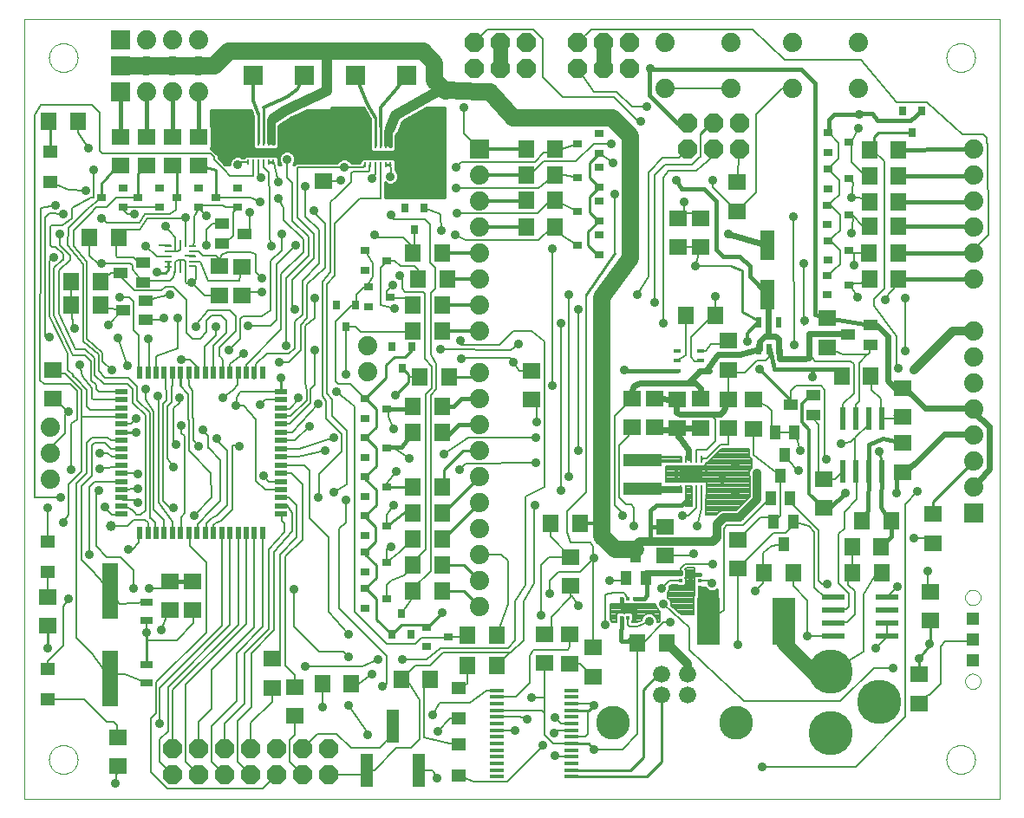
<source format=gtl>
G75*
%MOIN*%
%OFA0B0*%
%FSLAX24Y24*%
%IPPOS*%
%LPD*%
%AMOC8*
5,1,8,0,0,1.08239X$1,22.5*
%
%ADD10C,0.0000*%
%ADD11R,0.0510X0.0100*%
%ADD12R,0.0440X0.0080*%
%ADD13C,0.1700*%
%ADD14R,0.0591X0.2165*%
%ADD15R,0.0472X0.0315*%
%ADD16R,0.0740X0.0740*%
%ADD17C,0.0740*%
%ADD18R,0.0315X0.0354*%
%ADD19R,0.0354X0.0315*%
%ADD20R,0.0906X0.1811*%
%ADD21R,0.0551X0.0394*%
%ADD22R,0.0630X0.0710*%
%ADD23R,0.0240X0.0870*%
%ADD24R,0.0551X0.1181*%
%ADD25R,0.0870X0.0240*%
%ADD26OC8,0.0740*%
%ADD27R,0.0710X0.0630*%
%ADD28R,0.0551X0.0472*%
%ADD29R,0.0470X0.0220*%
%ADD30R,0.0220X0.0470*%
%ADD31R,0.0394X0.0551*%
%ADD32R,0.0515X0.0515*%
%ADD33R,0.0768X0.0768*%
%ADD34R,0.0550X0.0137*%
%ADD35R,0.0110X0.0197*%
%ADD36R,0.0787X0.0354*%
%ADD37R,0.0276X0.0157*%
%ADD38R,0.0236X0.0413*%
%ADD39R,0.0264X0.0098*%
%ADD40R,0.0098X0.0264*%
%ADD41R,0.0709X0.0630*%
%ADD42C,0.0660*%
%ADD43C,0.1300*%
%ADD44R,0.0470X0.1300*%
%ADD45R,0.1457X0.0472*%
%ADD46R,0.0098X0.0276*%
%ADD47R,0.0276X0.0098*%
%ADD48R,0.0850X0.0669*%
%ADD49R,0.0118X0.0138*%
%ADD50R,0.0236X0.0374*%
%ADD51R,0.0138X0.0118*%
%ADD52R,0.0374X0.0236*%
%ADD53C,0.0100*%
%ADD54C,0.0080*%
%ADD55C,0.0160*%
%ADD56C,0.0357*%
%ADD57C,0.0120*%
%ADD58C,0.0240*%
%ADD59C,0.0070*%
%ADD60C,0.0560*%
%ADD61C,0.0660*%
%ADD62C,0.0400*%
%ADD63C,0.0320*%
%ADD64C,0.0140*%
%ADD65C,0.0110*%
%ADD66C,0.0396*%
D10*
X000321Y001061D02*
X037817Y001061D01*
X037817Y031031D01*
X000321Y031031D01*
X000321Y001061D01*
X001266Y002561D02*
X001268Y002608D01*
X001274Y002654D01*
X001284Y002700D01*
X001297Y002745D01*
X001315Y002788D01*
X001336Y002830D01*
X001360Y002870D01*
X001388Y002907D01*
X001419Y002942D01*
X001453Y002975D01*
X001489Y003004D01*
X001528Y003030D01*
X001569Y003053D01*
X001612Y003072D01*
X001656Y003088D01*
X001701Y003100D01*
X001747Y003108D01*
X001794Y003112D01*
X001840Y003112D01*
X001887Y003108D01*
X001933Y003100D01*
X001978Y003088D01*
X002022Y003072D01*
X002065Y003053D01*
X002106Y003030D01*
X002145Y003004D01*
X002181Y002975D01*
X002215Y002942D01*
X002246Y002907D01*
X002274Y002870D01*
X002298Y002830D01*
X002319Y002788D01*
X002337Y002745D01*
X002350Y002700D01*
X002360Y002654D01*
X002366Y002608D01*
X002368Y002561D01*
X002366Y002514D01*
X002360Y002468D01*
X002350Y002422D01*
X002337Y002377D01*
X002319Y002334D01*
X002298Y002292D01*
X002274Y002252D01*
X002246Y002215D01*
X002215Y002180D01*
X002181Y002147D01*
X002145Y002118D01*
X002106Y002092D01*
X002065Y002069D01*
X002022Y002050D01*
X001978Y002034D01*
X001933Y002022D01*
X001887Y002014D01*
X001840Y002010D01*
X001794Y002010D01*
X001747Y002014D01*
X001701Y002022D01*
X001656Y002034D01*
X001612Y002050D01*
X001569Y002069D01*
X001528Y002092D01*
X001489Y002118D01*
X001453Y002147D01*
X001419Y002180D01*
X001388Y002215D01*
X001360Y002252D01*
X001336Y002292D01*
X001315Y002334D01*
X001297Y002377D01*
X001284Y002422D01*
X001274Y002468D01*
X001268Y002514D01*
X001266Y002561D01*
X001266Y029561D02*
X001268Y029608D01*
X001274Y029654D01*
X001284Y029700D01*
X001297Y029745D01*
X001315Y029788D01*
X001336Y029830D01*
X001360Y029870D01*
X001388Y029907D01*
X001419Y029942D01*
X001453Y029975D01*
X001489Y030004D01*
X001528Y030030D01*
X001569Y030053D01*
X001612Y030072D01*
X001656Y030088D01*
X001701Y030100D01*
X001747Y030108D01*
X001794Y030112D01*
X001840Y030112D01*
X001887Y030108D01*
X001933Y030100D01*
X001978Y030088D01*
X002022Y030072D01*
X002065Y030053D01*
X002106Y030030D01*
X002145Y030004D01*
X002181Y029975D01*
X002215Y029942D01*
X002246Y029907D01*
X002274Y029870D01*
X002298Y029830D01*
X002319Y029788D01*
X002337Y029745D01*
X002350Y029700D01*
X002360Y029654D01*
X002366Y029608D01*
X002368Y029561D01*
X002366Y029514D01*
X002360Y029468D01*
X002350Y029422D01*
X002337Y029377D01*
X002319Y029334D01*
X002298Y029292D01*
X002274Y029252D01*
X002246Y029215D01*
X002215Y029180D01*
X002181Y029147D01*
X002145Y029118D01*
X002106Y029092D01*
X002065Y029069D01*
X002022Y029050D01*
X001978Y029034D01*
X001933Y029022D01*
X001887Y029014D01*
X001840Y029010D01*
X001794Y029010D01*
X001747Y029014D01*
X001701Y029022D01*
X001656Y029034D01*
X001612Y029050D01*
X001569Y029069D01*
X001528Y029092D01*
X001489Y029118D01*
X001453Y029147D01*
X001419Y029180D01*
X001388Y029215D01*
X001360Y029252D01*
X001336Y029292D01*
X001315Y029334D01*
X001297Y029377D01*
X001284Y029422D01*
X001274Y029468D01*
X001268Y029514D01*
X001266Y029561D01*
X035766Y029561D02*
X035768Y029608D01*
X035774Y029654D01*
X035784Y029700D01*
X035797Y029745D01*
X035815Y029788D01*
X035836Y029830D01*
X035860Y029870D01*
X035888Y029907D01*
X035919Y029942D01*
X035953Y029975D01*
X035989Y030004D01*
X036028Y030030D01*
X036069Y030053D01*
X036112Y030072D01*
X036156Y030088D01*
X036201Y030100D01*
X036247Y030108D01*
X036294Y030112D01*
X036340Y030112D01*
X036387Y030108D01*
X036433Y030100D01*
X036478Y030088D01*
X036522Y030072D01*
X036565Y030053D01*
X036606Y030030D01*
X036645Y030004D01*
X036681Y029975D01*
X036715Y029942D01*
X036746Y029907D01*
X036774Y029870D01*
X036798Y029830D01*
X036819Y029788D01*
X036837Y029745D01*
X036850Y029700D01*
X036860Y029654D01*
X036866Y029608D01*
X036868Y029561D01*
X036866Y029514D01*
X036860Y029468D01*
X036850Y029422D01*
X036837Y029377D01*
X036819Y029334D01*
X036798Y029292D01*
X036774Y029252D01*
X036746Y029215D01*
X036715Y029180D01*
X036681Y029147D01*
X036645Y029118D01*
X036606Y029092D01*
X036565Y029069D01*
X036522Y029050D01*
X036478Y029034D01*
X036433Y029022D01*
X036387Y029014D01*
X036340Y029010D01*
X036294Y029010D01*
X036247Y029014D01*
X036201Y029022D01*
X036156Y029034D01*
X036112Y029050D01*
X036069Y029069D01*
X036028Y029092D01*
X035989Y029118D01*
X035953Y029147D01*
X035919Y029180D01*
X035888Y029215D01*
X035860Y029252D01*
X035836Y029292D01*
X035815Y029334D01*
X035797Y029377D01*
X035784Y029422D01*
X035774Y029468D01*
X035768Y029514D01*
X035766Y029561D01*
X036487Y008795D02*
X036489Y008829D01*
X036495Y008863D01*
X036505Y008896D01*
X036518Y008927D01*
X036536Y008957D01*
X036556Y008985D01*
X036580Y009010D01*
X036606Y009032D01*
X036634Y009050D01*
X036665Y009066D01*
X036697Y009078D01*
X036731Y009086D01*
X036765Y009090D01*
X036799Y009090D01*
X036833Y009086D01*
X036867Y009078D01*
X036899Y009066D01*
X036929Y009050D01*
X036958Y009032D01*
X036984Y009010D01*
X037008Y008985D01*
X037028Y008957D01*
X037046Y008927D01*
X037059Y008896D01*
X037069Y008863D01*
X037075Y008829D01*
X037077Y008795D01*
X037075Y008761D01*
X037069Y008727D01*
X037059Y008694D01*
X037046Y008663D01*
X037028Y008633D01*
X037008Y008605D01*
X036984Y008580D01*
X036958Y008558D01*
X036930Y008540D01*
X036899Y008524D01*
X036867Y008512D01*
X036833Y008504D01*
X036799Y008500D01*
X036765Y008500D01*
X036731Y008504D01*
X036697Y008512D01*
X036665Y008524D01*
X036634Y008540D01*
X036606Y008558D01*
X036580Y008580D01*
X036556Y008605D01*
X036536Y008633D01*
X036518Y008663D01*
X036505Y008694D01*
X036495Y008727D01*
X036489Y008761D01*
X036487Y008795D01*
X036487Y005567D02*
X036489Y005601D01*
X036495Y005635D01*
X036505Y005668D01*
X036518Y005699D01*
X036536Y005729D01*
X036556Y005757D01*
X036580Y005782D01*
X036606Y005804D01*
X036634Y005822D01*
X036665Y005838D01*
X036697Y005850D01*
X036731Y005858D01*
X036765Y005862D01*
X036799Y005862D01*
X036833Y005858D01*
X036867Y005850D01*
X036899Y005838D01*
X036929Y005822D01*
X036958Y005804D01*
X036984Y005782D01*
X037008Y005757D01*
X037028Y005729D01*
X037046Y005699D01*
X037059Y005668D01*
X037069Y005635D01*
X037075Y005601D01*
X037077Y005567D01*
X037075Y005533D01*
X037069Y005499D01*
X037059Y005466D01*
X037046Y005435D01*
X037028Y005405D01*
X037008Y005377D01*
X036984Y005352D01*
X036958Y005330D01*
X036930Y005312D01*
X036899Y005296D01*
X036867Y005284D01*
X036833Y005276D01*
X036799Y005272D01*
X036765Y005272D01*
X036731Y005276D01*
X036697Y005284D01*
X036665Y005296D01*
X036634Y005312D01*
X036606Y005330D01*
X036580Y005352D01*
X036556Y005377D01*
X036536Y005405D01*
X036518Y005435D01*
X036505Y005466D01*
X036495Y005499D01*
X036489Y005533D01*
X036487Y005567D01*
X035766Y002561D02*
X035768Y002608D01*
X035774Y002654D01*
X035784Y002700D01*
X035797Y002745D01*
X035815Y002788D01*
X035836Y002830D01*
X035860Y002870D01*
X035888Y002907D01*
X035919Y002942D01*
X035953Y002975D01*
X035989Y003004D01*
X036028Y003030D01*
X036069Y003053D01*
X036112Y003072D01*
X036156Y003088D01*
X036201Y003100D01*
X036247Y003108D01*
X036294Y003112D01*
X036340Y003112D01*
X036387Y003108D01*
X036433Y003100D01*
X036478Y003088D01*
X036522Y003072D01*
X036565Y003053D01*
X036606Y003030D01*
X036645Y003004D01*
X036681Y002975D01*
X036715Y002942D01*
X036746Y002907D01*
X036774Y002870D01*
X036798Y002830D01*
X036819Y002788D01*
X036837Y002745D01*
X036850Y002700D01*
X036860Y002654D01*
X036866Y002608D01*
X036868Y002561D01*
X036866Y002514D01*
X036860Y002468D01*
X036850Y002422D01*
X036837Y002377D01*
X036819Y002334D01*
X036798Y002292D01*
X036774Y002252D01*
X036746Y002215D01*
X036715Y002180D01*
X036681Y002147D01*
X036645Y002118D01*
X036606Y002092D01*
X036565Y002069D01*
X036522Y002050D01*
X036478Y002034D01*
X036433Y002022D01*
X036387Y002014D01*
X036340Y002010D01*
X036294Y002010D01*
X036247Y002014D01*
X036201Y002022D01*
X036156Y002034D01*
X036112Y002050D01*
X036069Y002069D01*
X036028Y002092D01*
X035989Y002118D01*
X035953Y002147D01*
X035919Y002180D01*
X035888Y002215D01*
X035860Y002252D01*
X035836Y002292D01*
X035815Y002334D01*
X035797Y002377D01*
X035784Y002422D01*
X035774Y002468D01*
X035768Y002514D01*
X035766Y002561D01*
D11*
X005722Y022331D03*
D12*
X006677Y021931D03*
D13*
X031317Y005955D03*
X033167Y004774D03*
X031317Y003593D03*
D14*
X003617Y005668D03*
X003617Y009054D03*
D15*
X005017Y008616D03*
X005017Y007907D03*
X005017Y006216D03*
X005017Y005507D03*
D16*
X017817Y026061D03*
X004017Y028261D03*
X004017Y029261D03*
X004017Y030261D03*
X036817Y012061D03*
D17*
X036817Y013061D03*
X036817Y014061D03*
X036817Y015061D03*
X036817Y016061D03*
X036817Y017061D03*
X036817Y018061D03*
X036817Y019061D03*
X036817Y021061D03*
X036817Y022061D03*
X036817Y023061D03*
X036817Y024061D03*
X036817Y025061D03*
X036817Y026061D03*
X032397Y028371D03*
X032397Y030151D03*
X029837Y030151D03*
X029837Y028371D03*
X027497Y028371D03*
X027497Y030151D03*
X024937Y030151D03*
X024937Y028371D03*
X017817Y025061D03*
X017817Y024061D03*
X017817Y023061D03*
X017817Y022061D03*
X017817Y021061D03*
X017817Y020061D03*
X017817Y019061D03*
X017817Y017461D03*
X017817Y016461D03*
X017817Y015461D03*
X017817Y014461D03*
X017817Y013461D03*
X017817Y012461D03*
X017817Y011461D03*
X017817Y010461D03*
X017817Y009461D03*
X017817Y008461D03*
X013517Y017481D03*
X013517Y018481D03*
X007017Y028261D03*
X007017Y029261D03*
X007017Y030261D03*
X006017Y030261D03*
X005017Y030261D03*
X005017Y029261D03*
X006017Y029261D03*
X006017Y028261D03*
X005017Y028261D03*
X001317Y015361D03*
X001317Y014361D03*
X001317Y013361D03*
D18*
X012303Y020045D03*
X013051Y020045D03*
X012677Y019218D03*
X014463Y018435D03*
X015211Y018435D03*
X014837Y017608D03*
X015317Y022958D03*
X015691Y023785D03*
X014943Y023785D03*
X014817Y008194D03*
X015191Y007368D03*
X014443Y007368D03*
X034447Y026688D03*
X034821Y027515D03*
X034073Y027515D03*
D19*
X032030Y026301D03*
X031203Y025927D03*
X031203Y025275D03*
X031203Y024527D03*
X031193Y023885D03*
X032020Y023511D03*
X031193Y023137D03*
X031203Y022515D03*
X031203Y021767D03*
X031193Y021185D03*
X031193Y020437D03*
X032020Y020811D03*
X032030Y022141D03*
X032030Y024901D03*
X031203Y026675D03*
X022410Y026635D03*
X022410Y025887D03*
X022410Y025335D03*
X022410Y024587D03*
X022410Y024035D03*
X022410Y023287D03*
X022410Y022735D03*
X022410Y021987D03*
X021584Y022361D03*
X021584Y023661D03*
X021584Y024961D03*
X021584Y026261D03*
X014250Y021761D03*
X013423Y021387D03*
X013563Y020735D03*
X014390Y020361D03*
X013563Y019987D03*
X013423Y022135D03*
X008510Y023807D03*
X007684Y024181D03*
X007010Y023807D03*
X006184Y024181D03*
X005510Y023807D03*
X004684Y024181D03*
X004110Y023807D03*
X003284Y024181D03*
X004110Y024555D03*
X005510Y024555D03*
X007010Y024555D03*
X008510Y024555D03*
X013423Y016435D03*
X013423Y015687D03*
X013423Y014935D03*
X014250Y014561D03*
X013423Y014187D03*
X013423Y013435D03*
X014250Y013061D03*
X013423Y012687D03*
X013423Y011935D03*
X013423Y011187D03*
X013423Y010535D03*
X014250Y010161D03*
X013423Y009787D03*
X013423Y009135D03*
X013423Y008387D03*
X014250Y008761D03*
X015783Y007655D03*
X016610Y007281D03*
X015783Y006907D03*
X014250Y011561D03*
X014250Y016061D03*
D20*
X026620Y007891D03*
X029533Y007891D03*
D21*
X030640Y015827D03*
X029774Y016201D03*
X030640Y016575D03*
X032860Y018527D03*
X032860Y019275D03*
X031994Y018901D03*
X008770Y022791D03*
X007904Y022417D03*
X007904Y023165D03*
X004880Y021665D03*
X004014Y021291D03*
X004880Y020917D03*
X004970Y020225D03*
X004970Y019477D03*
X004104Y019851D03*
D22*
X003247Y020061D03*
X003247Y020951D03*
X002127Y020951D03*
X002127Y020061D03*
X002817Y022631D03*
X003937Y022631D03*
X002377Y027121D03*
X001257Y027121D03*
X015257Y022061D03*
X016377Y022061D03*
X016567Y021061D03*
X016377Y020061D03*
X015257Y020061D03*
X015257Y019061D03*
X016377Y019061D03*
X016637Y017271D03*
X015517Y017271D03*
X015257Y016161D03*
X016377Y016161D03*
X016377Y015131D03*
X015257Y015131D03*
X015257Y013061D03*
X016377Y013061D03*
X016377Y012061D03*
X015257Y012061D03*
X015257Y011061D03*
X016377Y011061D03*
X016377Y010061D03*
X015257Y010061D03*
X015257Y009061D03*
X016377Y009061D03*
X017357Y007361D03*
X018477Y007361D03*
X018477Y006171D03*
X017357Y006171D03*
X015927Y005631D03*
X014807Y005631D03*
X012887Y005481D03*
X011767Y005481D03*
X020557Y011651D03*
X021677Y011651D03*
X023897Y007041D03*
X025017Y007041D03*
X028757Y009761D03*
X029877Y009761D03*
X032147Y009751D03*
X032137Y010761D03*
X032517Y011741D03*
X033637Y011741D03*
X033257Y010761D03*
X033267Y009751D03*
X032857Y017321D03*
X031737Y017321D03*
X032807Y021041D03*
X033927Y021041D03*
X033917Y022061D03*
X032797Y022061D03*
X032807Y023081D03*
X033927Y023081D03*
X033927Y024021D03*
X032807Y024021D03*
X032807Y025001D03*
X033927Y025001D03*
X033927Y026021D03*
X032807Y026021D03*
X026877Y019631D03*
X025757Y019631D03*
X020727Y023061D03*
X020727Y024071D03*
X020727Y025061D03*
X019607Y025061D03*
X019607Y024071D03*
X019607Y023061D03*
X019607Y026061D03*
X020727Y026061D03*
X015447Y021061D03*
D23*
X031767Y015691D03*
X032267Y015691D03*
X032767Y015691D03*
X033267Y015691D03*
X033267Y013631D03*
X032767Y013631D03*
X032267Y013631D03*
X031767Y013631D03*
D24*
X028897Y020456D03*
X028897Y022346D03*
D25*
X031427Y008801D03*
X031427Y008301D03*
X031427Y007801D03*
X031427Y007301D03*
X033487Y007301D03*
X033487Y007801D03*
X033487Y008301D03*
X033487Y008801D03*
D26*
X027817Y026061D03*
X026817Y026061D03*
X026817Y027061D03*
X027817Y027061D03*
X025817Y027061D03*
X025817Y026061D03*
X023587Y029161D03*
X022587Y029161D03*
X021587Y029161D03*
X021587Y030161D03*
X022587Y030161D03*
X023587Y030161D03*
X019617Y030161D03*
X018617Y030161D03*
X017617Y030161D03*
X017617Y029161D03*
X018617Y029161D03*
X019617Y029161D03*
X012017Y002981D03*
X012017Y001981D03*
X011017Y001981D03*
X010017Y001981D03*
X010017Y002981D03*
X011017Y002981D03*
X009017Y002981D03*
X008017Y002981D03*
X008017Y001981D03*
X009017Y001981D03*
X007017Y001981D03*
X007017Y002981D03*
X006017Y002981D03*
X006017Y001981D03*
D27*
X003917Y002301D03*
X003917Y003421D03*
X001217Y007701D03*
X001217Y008821D03*
X005917Y008301D03*
X006797Y008301D03*
X006797Y009421D03*
X005917Y009421D03*
X009837Y006431D03*
X009837Y005311D03*
X010727Y005351D03*
X010727Y004231D03*
X020307Y006271D03*
X021297Y006261D03*
X021297Y007381D03*
X020307Y007391D03*
X021327Y009241D03*
X021327Y010361D03*
X023667Y015331D03*
X023667Y016451D03*
X026307Y016431D03*
X026307Y015311D03*
X028347Y015291D03*
X028347Y016411D03*
X027387Y017551D03*
X027387Y018671D03*
X031187Y018411D03*
X031187Y019531D03*
X034067Y016861D03*
X034067Y015741D03*
X034077Y014731D03*
X034077Y013611D03*
X035247Y012011D03*
X035247Y010891D03*
X035157Y009021D03*
X035157Y007901D03*
X034727Y005831D03*
X034727Y004711D03*
X027737Y009901D03*
X027737Y011021D03*
X031037Y012231D03*
X031037Y013351D03*
X027727Y023661D03*
X027727Y024781D03*
X007807Y021531D03*
X007807Y020411D03*
X007017Y025401D03*
X006017Y025401D03*
X005017Y025401D03*
X004017Y025401D03*
X004017Y026521D03*
X005017Y026521D03*
X006017Y026521D03*
X007017Y026521D03*
X001407Y017561D03*
X001407Y016441D03*
D28*
X001217Y010952D03*
X001217Y009771D03*
X001217Y006052D03*
X001217Y004871D03*
X017027Y005312D03*
X017027Y004131D03*
X017027Y003142D03*
X017027Y001961D03*
X001307Y024771D03*
X001307Y025952D03*
D29*
X004046Y016723D03*
X004046Y016409D03*
X004046Y016094D03*
X004046Y015779D03*
X004046Y015464D03*
X004046Y015149D03*
X004046Y014834D03*
X004046Y014519D03*
X004046Y014204D03*
X004046Y013889D03*
X004046Y013574D03*
X004046Y013259D03*
X004046Y012944D03*
X004046Y012629D03*
X004046Y012314D03*
X004046Y011999D03*
X010188Y011999D03*
X010188Y012314D03*
X010188Y012629D03*
X010188Y012944D03*
X010188Y013259D03*
X010188Y013574D03*
X010188Y013889D03*
X010188Y014204D03*
X010188Y014519D03*
X010188Y014834D03*
X010188Y015149D03*
X010188Y015464D03*
X010188Y015779D03*
X010188Y016094D03*
X010188Y016409D03*
X010188Y016723D03*
D30*
X009479Y017432D03*
X009164Y017432D03*
X008849Y017432D03*
X008534Y017432D03*
X008219Y017432D03*
X007904Y017432D03*
X007589Y017432D03*
X007274Y017432D03*
X006959Y017432D03*
X006644Y017432D03*
X006329Y017432D03*
X006014Y017432D03*
X005699Y017432D03*
X005384Y017432D03*
X005069Y017432D03*
X004754Y017432D03*
X004754Y011290D03*
X005069Y011290D03*
X005384Y011290D03*
X005699Y011290D03*
X006014Y011290D03*
X006329Y011290D03*
X006644Y011290D03*
X006959Y011290D03*
X007274Y011290D03*
X007589Y011290D03*
X007904Y011290D03*
X008219Y011290D03*
X008534Y011290D03*
X008849Y011290D03*
X009164Y011290D03*
X009479Y011290D03*
D31*
X023453Y009558D03*
X024201Y009558D03*
X023827Y010424D03*
X029133Y011714D03*
X029881Y011714D03*
X029507Y010848D03*
X029751Y012618D03*
X029003Y012618D03*
X029377Y013484D03*
X029557Y014268D03*
X029931Y015134D03*
X029183Y015134D03*
D32*
X036767Y007969D03*
X036767Y007181D03*
X036767Y006394D03*
D33*
X015025Y028891D03*
X013057Y028891D03*
X011085Y028891D03*
X009117Y028891D03*
D34*
X018477Y005225D03*
X018477Y004969D03*
X018477Y004713D03*
X018477Y004457D03*
X018477Y004201D03*
X018477Y003945D03*
X018477Y003689D03*
X018477Y003433D03*
X018477Y003177D03*
X018477Y002921D03*
X018477Y002666D03*
X018477Y002410D03*
X018477Y002154D03*
X018477Y001898D03*
X021356Y001898D03*
X021356Y002154D03*
X021356Y002410D03*
X021356Y002666D03*
X021356Y002921D03*
X021356Y003177D03*
X021356Y003433D03*
X021356Y003689D03*
X021356Y003945D03*
X021356Y004201D03*
X021356Y004457D03*
X021356Y004713D03*
X021356Y004969D03*
X021356Y005225D03*
D35*
X014398Y025439D03*
X014201Y025439D03*
X014004Y025439D03*
X013807Y025439D03*
X013610Y025439D03*
X013414Y025439D03*
X013414Y026187D03*
X013610Y026187D03*
X013807Y026187D03*
X014004Y026187D03*
X014201Y026187D03*
X014398Y026187D03*
X009898Y026287D03*
X009701Y026287D03*
X009504Y026287D03*
X009307Y026287D03*
X009110Y026287D03*
X008914Y026287D03*
X008914Y025539D03*
X009110Y025539D03*
X009307Y025539D03*
X009504Y025539D03*
X009701Y025539D03*
X009898Y025539D03*
D36*
X009394Y025913D03*
X013894Y025813D03*
D37*
X025403Y018275D03*
X025403Y017901D03*
X025403Y017527D03*
X026304Y017527D03*
X026304Y017901D03*
X026304Y018275D03*
D38*
X028565Y018330D03*
X028939Y018330D03*
X029313Y018330D03*
X029309Y019393D03*
X028565Y019393D03*
D39*
X006777Y021531D03*
X006777Y021728D03*
X006777Y021925D03*
X006777Y022122D03*
X006777Y022319D03*
X005856Y022315D03*
X005856Y022118D03*
X005856Y021921D03*
X005856Y021724D03*
X005856Y021528D03*
D40*
X006120Y021425D03*
X006317Y021425D03*
X006514Y021425D03*
X006514Y022417D03*
X006317Y022417D03*
X006120Y022417D03*
D41*
X008667Y021502D03*
X008667Y020400D03*
X011817Y024810D03*
X011817Y025912D03*
X019817Y017512D03*
X019817Y016410D03*
X024547Y016432D03*
X025417Y016422D03*
X025417Y015320D03*
X024547Y015330D03*
X027387Y015310D03*
X027387Y016412D03*
X024947Y011502D03*
X024947Y010400D03*
X022197Y006862D03*
X022197Y005760D03*
X025457Y022290D03*
X026317Y022280D03*
X026317Y023382D03*
X025457Y023392D03*
D42*
X025809Y005841D03*
X024825Y005841D03*
X024825Y005061D03*
X025809Y005061D03*
D43*
X027687Y003991D03*
X022947Y003991D03*
D44*
X015497Y002151D03*
X013497Y002151D03*
X014497Y003851D03*
D45*
X024077Y012980D03*
X024077Y014082D03*
D46*
X025563Y014108D03*
X025760Y014108D03*
X025957Y014108D03*
X026154Y014108D03*
X026350Y014108D03*
X026350Y012978D03*
X026154Y012974D03*
X025957Y012974D03*
X025760Y012974D03*
X025563Y012974D03*
D47*
X025394Y013305D03*
X025394Y013463D03*
X025394Y013620D03*
X025394Y013777D03*
X026520Y013777D03*
X026520Y013620D03*
X026520Y013463D03*
X026520Y013305D03*
D48*
X025957Y013541D03*
D49*
X023783Y008742D03*
X023527Y008742D03*
X023271Y008742D03*
X023271Y008021D03*
X023527Y008021D03*
X023783Y008021D03*
D50*
X023708Y008383D03*
X023342Y008383D03*
D51*
X025556Y009175D03*
X025556Y009431D03*
X025556Y009687D03*
X026277Y009687D03*
X026277Y009431D03*
X026277Y009175D03*
D52*
X025915Y009246D03*
X025915Y009612D03*
D53*
X026287Y009171D02*
X026490Y009171D01*
X026572Y009090D01*
X026685Y009043D01*
X026808Y009043D01*
X026921Y009090D01*
X026957Y009125D01*
X026957Y008491D01*
X026287Y008491D01*
X026287Y009171D01*
X026287Y009138D02*
X026523Y009138D01*
X026287Y009040D02*
X026957Y009040D01*
X026957Y008941D02*
X026287Y008941D01*
X026287Y008843D02*
X026957Y008843D01*
X026957Y008744D02*
X026287Y008744D01*
X026287Y008646D02*
X026957Y008646D01*
X026957Y008547D02*
X026287Y008547D01*
X024825Y005841D02*
X024697Y005841D01*
X024117Y005261D01*
X024117Y002661D01*
X023617Y002161D01*
X021464Y002161D01*
X021356Y002154D01*
X021356Y001898D02*
X021513Y001921D01*
X024237Y001921D01*
X024825Y002469D01*
X024825Y005061D01*
X022217Y004661D02*
X022017Y004461D01*
X021977Y004461D01*
X021460Y004461D01*
X021356Y004457D01*
X021428Y003461D02*
X021356Y003433D01*
X021356Y003177D02*
X022001Y003177D01*
X022217Y002961D01*
X018582Y004461D02*
X018477Y004457D01*
X015801Y007655D02*
X016367Y008221D01*
X015783Y007655D02*
X015687Y007751D01*
X014827Y007751D01*
X014443Y007368D01*
X014443Y007368D01*
X013857Y007954D01*
X013857Y008731D01*
X013453Y009135D01*
X013423Y009135D01*
X013847Y009559D01*
X013847Y010031D01*
X013423Y010455D01*
X013423Y010535D01*
X013827Y010939D01*
X013827Y011501D01*
X013423Y011905D01*
X013423Y011935D01*
X013837Y012349D01*
X013837Y012931D01*
X013423Y013345D01*
X013423Y013435D01*
X013847Y013859D01*
X013847Y014531D01*
X013443Y014935D01*
X013423Y014935D01*
X013847Y015359D01*
X013847Y016031D01*
X013443Y016435D01*
X013423Y016435D01*
X014227Y017239D01*
X014227Y017731D01*
X014547Y018051D01*
X014947Y018051D01*
X015211Y018315D01*
X015211Y018435D01*
X014837Y017608D02*
X015067Y017378D01*
X015067Y017271D01*
X015067Y017081D01*
X014567Y016581D01*
X016637Y017271D02*
X017637Y017281D01*
X017817Y017461D01*
X017817Y014461D02*
X017197Y014461D01*
X016447Y013711D01*
X016447Y013131D01*
X016417Y012061D02*
X017817Y013461D01*
X017777Y013461D01*
X017817Y012461D02*
X017777Y012461D01*
X017817Y012461D02*
X016417Y011061D01*
X016377Y011061D01*
X016377Y010061D02*
X017217Y010061D01*
X017817Y009461D01*
X017217Y009061D02*
X017817Y008461D01*
X017217Y009061D02*
X016377Y009061D01*
X014250Y011561D02*
X014984Y012128D01*
X015117Y012161D01*
X015157Y012161D01*
X015257Y012061D01*
X016377Y012061D02*
X016417Y012061D01*
X015257Y013061D02*
X014250Y013061D01*
X017777Y014461D02*
X017817Y014461D01*
X024077Y014082D02*
X025553Y014082D01*
X025563Y014108D01*
X026338Y014105D02*
X026350Y014108D01*
X026520Y013777D02*
X026520Y013620D01*
X025957Y012974D02*
X025760Y012974D01*
X025563Y012974D02*
X025557Y012980D01*
X024077Y012980D01*
X028565Y019339D02*
X028565Y019393D01*
X028565Y019433D01*
X027907Y019781D01*
X027907Y021381D01*
X027477Y021541D01*
X023017Y022061D02*
X021917Y020461D01*
X022351Y021987D02*
X021987Y022351D01*
X021987Y022864D01*
X022410Y023287D01*
X022371Y023287D01*
X022037Y023621D01*
X022037Y024214D01*
X022410Y024587D01*
X022410Y024588D01*
X022047Y024951D01*
X022047Y025524D01*
X022410Y025887D01*
X019607Y024071D02*
X019597Y024061D01*
X022351Y021987D02*
X022410Y021987D01*
X026317Y026661D02*
X026717Y027061D01*
X026817Y027061D01*
X022587Y028941D02*
X022587Y029161D01*
X016487Y027661D02*
X016497Y024191D01*
X014177Y024191D01*
X014177Y024765D01*
X014212Y024730D01*
X014325Y024683D01*
X014448Y024683D01*
X014561Y024730D01*
X014648Y024817D01*
X014695Y024930D01*
X014695Y025053D01*
X014648Y025166D01*
X014569Y025245D01*
X014571Y025275D01*
X014583Y025287D01*
X014583Y025591D01*
X014507Y025668D01*
X013305Y025668D01*
X013228Y025591D01*
X013228Y025521D01*
X012884Y025521D01*
X012878Y025536D01*
X012791Y025623D01*
X012678Y025670D01*
X012555Y025670D01*
X012442Y025623D01*
X012355Y025536D01*
X012348Y025518D01*
X012148Y025518D01*
X012117Y027661D01*
X013363Y027661D01*
X013378Y027624D01*
X013391Y027619D01*
X013632Y027195D01*
X013632Y026350D01*
X013622Y026340D01*
X013622Y026035D01*
X013698Y025959D01*
X014507Y025959D01*
X014583Y026035D01*
X014583Y026090D01*
X014598Y026104D01*
X014598Y026588D01*
X014673Y026668D01*
X014845Y027120D01*
X015799Y027661D01*
X016487Y027661D01*
X016487Y027656D02*
X015790Y027656D01*
X015617Y027558D02*
X016487Y027558D01*
X016487Y027459D02*
X015443Y027459D01*
X015270Y027361D02*
X016488Y027361D01*
X016488Y027262D02*
X015096Y027262D01*
X014922Y027164D02*
X016488Y027164D01*
X016488Y027065D02*
X014824Y027065D01*
X014787Y026967D02*
X016489Y026967D01*
X016489Y026868D02*
X014749Y026868D01*
X014712Y026770D02*
X016489Y026770D01*
X016490Y026671D02*
X014674Y026671D01*
X014598Y026573D02*
X016490Y026573D01*
X016490Y026474D02*
X014598Y026474D01*
X014598Y026376D02*
X016490Y026376D01*
X016491Y026277D02*
X014598Y026277D01*
X014598Y026179D02*
X016491Y026179D01*
X016491Y026080D02*
X014583Y026080D01*
X014530Y025982D02*
X016492Y025982D01*
X016492Y025883D02*
X012142Y025883D01*
X012217Y025883D02*
X010631Y025883D01*
X010591Y025923D02*
X010478Y025970D01*
X010355Y025970D01*
X010242Y025923D01*
X010155Y025836D01*
X010108Y025723D01*
X010108Y025600D01*
X010155Y025487D01*
X010185Y025457D01*
X010095Y025457D01*
X010083Y025511D01*
X010083Y025691D01*
X010007Y025768D01*
X008805Y025768D01*
X008736Y025699D01*
X008715Y025699D01*
X008691Y025723D01*
X008578Y025770D01*
X008455Y025770D01*
X008342Y025723D01*
X008255Y025636D01*
X008208Y025523D01*
X008208Y025453D01*
X008032Y025452D01*
X007787Y025698D01*
X007787Y025798D01*
X007693Y025891D01*
X007627Y025958D01*
X007533Y026051D01*
X007477Y026051D01*
X007477Y026127D01*
X007502Y026152D01*
X007502Y026890D01*
X007477Y026915D01*
X007477Y027551D01*
X009052Y027555D01*
X009132Y027326D01*
X009132Y026450D01*
X009122Y026440D01*
X009122Y026135D01*
X009198Y026059D01*
X010007Y026059D01*
X010083Y026135D01*
X010083Y026190D01*
X010098Y026206D01*
X010094Y026948D01*
X010544Y027259D01*
X011173Y027559D01*
X012217Y027561D01*
X012217Y025518D01*
X010886Y025518D01*
X010883Y025521D01*
X010750Y025521D01*
X010747Y025518D01*
X010687Y025458D01*
X010650Y025458D01*
X010678Y025487D01*
X010725Y025600D01*
X010725Y025723D01*
X010678Y025836D01*
X010591Y025923D01*
X010699Y025785D02*
X012217Y025785D01*
X012144Y025785D02*
X016492Y025785D01*
X016492Y025686D02*
X012145Y025686D01*
X012217Y025686D02*
X010725Y025686D01*
X010720Y025588D02*
X012217Y025588D01*
X012147Y025588D02*
X012407Y025588D01*
X012826Y025588D02*
X013228Y025588D01*
X013675Y025982D02*
X012141Y025982D01*
X012217Y025982D02*
X007602Y025982D01*
X007627Y025958D02*
X007627Y025958D01*
X007693Y025891D02*
X007693Y025891D01*
X007701Y025883D02*
X010203Y025883D01*
X010134Y025785D02*
X007787Y025785D01*
X007798Y025686D02*
X008306Y025686D01*
X008235Y025588D02*
X007896Y025588D01*
X007995Y025489D02*
X008208Y025489D01*
X007684Y025234D02*
X007017Y025401D01*
X007684Y025234D02*
X007684Y024181D01*
X006184Y024181D02*
X006184Y025294D01*
X006017Y025461D01*
X006017Y025401D01*
X005017Y025401D02*
X005017Y025461D01*
X004684Y025128D01*
X004684Y024181D01*
X004017Y025401D02*
X003917Y025401D01*
X003917Y025461D01*
X003284Y024728D01*
X003284Y024181D01*
X001307Y025952D02*
X001317Y026961D01*
X001257Y027121D01*
X007477Y027164D02*
X009132Y027164D01*
X009132Y027262D02*
X007477Y027262D01*
X007477Y027361D02*
X009120Y027361D01*
X009085Y027459D02*
X007477Y027459D01*
X007477Y027065D02*
X009132Y027065D01*
X009132Y026967D02*
X007477Y026967D01*
X007502Y026868D02*
X009132Y026868D01*
X009132Y026770D02*
X007502Y026770D01*
X007502Y026671D02*
X009132Y026671D01*
X009132Y026573D02*
X007502Y026573D01*
X007502Y026474D02*
X009132Y026474D01*
X009122Y026376D02*
X007502Y026376D01*
X007502Y026277D02*
X009122Y026277D01*
X009122Y026179D02*
X007502Y026179D01*
X007477Y026080D02*
X009177Y026080D01*
X009701Y025539D02*
X009898Y025539D01*
X010083Y025588D02*
X010113Y025588D01*
X010108Y025686D02*
X010083Y025686D01*
X010088Y025489D02*
X010154Y025489D01*
X010679Y025489D02*
X010718Y025489D01*
X010028Y026080D02*
X012217Y026080D01*
X012139Y026080D02*
X013622Y026080D01*
X013622Y026179D02*
X012138Y026179D01*
X012217Y026179D02*
X010083Y026179D01*
X010098Y026277D02*
X012217Y026277D01*
X012137Y026277D02*
X013622Y026277D01*
X013632Y026376D02*
X012135Y026376D01*
X012217Y026376D02*
X010097Y026376D01*
X010097Y026474D02*
X012217Y026474D01*
X012134Y026474D02*
X013632Y026474D01*
X013632Y026573D02*
X012132Y026573D01*
X012217Y026573D02*
X010096Y026573D01*
X010096Y026671D02*
X012217Y026671D01*
X012131Y026671D02*
X013632Y026671D01*
X013632Y026770D02*
X012130Y026770D01*
X012217Y026770D02*
X010095Y026770D01*
X010095Y026868D02*
X012217Y026868D01*
X012128Y026868D02*
X013632Y026868D01*
X013632Y026967D02*
X012127Y026967D01*
X012217Y026967D02*
X010122Y026967D01*
X010264Y027065D02*
X012217Y027065D01*
X012125Y027065D02*
X013632Y027065D01*
X013632Y027164D02*
X012124Y027164D01*
X012217Y027164D02*
X010406Y027164D01*
X010550Y027262D02*
X012217Y027262D01*
X012122Y027262D02*
X013594Y027262D01*
X013538Y027361D02*
X012121Y027361D01*
X012217Y027361D02*
X010757Y027361D01*
X010964Y027459D02*
X012217Y027459D01*
X012120Y027459D02*
X013482Y027459D01*
X013425Y027558D02*
X012118Y027558D01*
X012117Y027656D02*
X013365Y027656D01*
X012217Y027558D02*
X011171Y027558D01*
X014201Y025439D02*
X014398Y025439D01*
X014583Y025391D02*
X016493Y025391D01*
X016493Y025489D02*
X014583Y025489D01*
X014583Y025588D02*
X016493Y025588D01*
X016493Y025292D02*
X014583Y025292D01*
X014620Y025194D02*
X016494Y025194D01*
X016494Y025095D02*
X014677Y025095D01*
X014695Y024997D02*
X016494Y024997D01*
X016495Y024898D02*
X014682Y024898D01*
X014631Y024800D02*
X016495Y024800D01*
X016495Y024701D02*
X014493Y024701D01*
X014281Y024701D02*
X014177Y024701D01*
X014177Y024603D02*
X016495Y024603D01*
X016496Y024504D02*
X014177Y024504D01*
X014177Y024406D02*
X016496Y024406D01*
X016496Y024307D02*
X014177Y024307D01*
X014177Y024209D02*
X016497Y024209D01*
X010177Y017241D02*
X010177Y016813D01*
X006317Y016961D02*
X006317Y017420D01*
X005117Y017479D02*
X005069Y017432D01*
X004704Y015149D02*
X004046Y015149D01*
X004073Y014861D02*
X004046Y014834D01*
X004607Y015151D02*
X004704Y015149D01*
X004093Y012361D02*
X004046Y012314D01*
X001217Y007701D02*
X001217Y006861D01*
X005017Y007171D02*
X005017Y006216D01*
X005017Y007171D02*
X005017Y007441D01*
X005417Y021291D02*
X005407Y021301D01*
X005417Y021291D02*
X005737Y021291D01*
X005856Y021411D01*
X005856Y021528D01*
X005856Y021724D01*
X031657Y017101D02*
X031737Y017321D01*
X033197Y014411D02*
X033257Y014111D01*
X033257Y013871D01*
X035247Y012491D02*
X036817Y014061D01*
X035247Y012491D02*
X035247Y012011D01*
X035157Y007901D02*
X035147Y007001D01*
X034727Y006431D01*
X034727Y005831D01*
X036817Y016061D02*
X036867Y016061D01*
X032807Y026021D02*
X032987Y026201D01*
X032987Y026511D01*
X033164Y026688D01*
X034447Y026688D01*
D54*
X035027Y027831D02*
X033837Y027831D01*
X032477Y029471D01*
X029697Y029471D01*
X029547Y029491D01*
X028327Y030661D01*
X022117Y030661D01*
X021587Y030161D01*
X020247Y030281D02*
X019867Y030661D01*
X018117Y030661D01*
X017617Y030161D01*
X020247Y030281D02*
X020247Y028811D01*
X021017Y028041D01*
X022987Y028041D01*
X023907Y027121D01*
X024007Y027121D01*
X024237Y027681D02*
X023677Y027681D01*
X023077Y028261D01*
X022217Y028261D01*
X021587Y029161D01*
X021584Y026261D02*
X020984Y026061D01*
X020727Y026061D01*
X020577Y025911D01*
X020297Y025911D01*
X019947Y025561D01*
X017127Y025561D01*
X016927Y025361D01*
X016917Y024561D02*
X020077Y024561D01*
X020727Y025061D01*
X021084Y025061D01*
X021584Y024961D01*
X021517Y025571D02*
X022207Y026261D01*
X022887Y026261D01*
X022443Y025887D02*
X022957Y025511D01*
X022443Y025887D02*
X022410Y025887D01*
X021517Y025571D02*
X020267Y025571D01*
X019757Y025061D01*
X019527Y025061D01*
X020527Y024061D02*
X020037Y023571D01*
X016957Y023571D01*
X016947Y023581D01*
X016327Y023529D02*
X016347Y022911D01*
X016867Y022761D02*
X017297Y022561D01*
X020097Y022561D01*
X020577Y023001D01*
X020727Y023061D01*
X020484Y023061D01*
X021584Y022361D01*
X020617Y022211D02*
X020617Y016961D01*
X020008Y016250D02*
X020007Y015541D01*
X019967Y014961D02*
X017397Y014961D01*
X016447Y014311D01*
X017297Y013961D02*
X019997Y013971D01*
X020317Y013061D02*
X019587Y012681D01*
X019597Y009291D01*
X019197Y008641D01*
X019187Y007141D01*
X019197Y007131D01*
X018927Y006861D01*
X016307Y006861D01*
X015797Y006411D01*
X014847Y006411D01*
X014237Y006551D02*
X014237Y005471D01*
X014077Y005381D01*
X013667Y005831D02*
X013087Y005421D01*
X012887Y005481D01*
X013307Y006161D02*
X013917Y006421D01*
X014237Y006551D02*
X012417Y008391D01*
X012417Y008561D01*
X012017Y008261D02*
X012777Y007391D01*
X012567Y006721D02*
X012777Y006511D01*
X012567Y006721D02*
X011637Y006721D01*
X010727Y007631D01*
X010687Y007681D01*
X010687Y009101D01*
X012017Y008261D02*
X012017Y011121D01*
X011297Y011841D01*
X011297Y013671D01*
X011079Y013889D01*
X010188Y013889D01*
X010188Y014204D02*
X010859Y014204D01*
X011887Y014441D01*
X012217Y014961D02*
X010874Y014519D01*
X010188Y014519D01*
X010188Y014834D02*
X010709Y014834D01*
X011287Y015371D01*
X010604Y015149D02*
X011607Y016231D01*
X010877Y016451D02*
X010517Y016061D01*
X010220Y016061D01*
X010188Y016094D01*
X010188Y016409D02*
X009569Y016409D01*
X009367Y016211D01*
X009894Y016723D02*
X008629Y016723D01*
X008477Y016481D01*
X008437Y016171D01*
X007937Y016471D02*
X008347Y016771D01*
X008517Y016981D01*
X008517Y017415D01*
X008534Y017432D01*
X008219Y017432D02*
X008219Y017764D01*
X008757Y018171D01*
X009217Y017771D02*
X009217Y017485D01*
X009164Y017432D01*
X009164Y017209D01*
X009217Y017771D02*
X009657Y018171D01*
X009954Y016723D02*
X010188Y016723D01*
X010217Y016753D01*
X010857Y016491D02*
X010877Y016451D01*
X010534Y015779D02*
X010188Y015779D01*
X010188Y015464D02*
X010519Y015464D01*
X010604Y015149D02*
X010188Y015149D01*
X010188Y013574D02*
X010574Y013574D01*
X011007Y013141D01*
X011007Y011021D01*
X010357Y010371D01*
X010357Y006171D01*
X010707Y005821D01*
X010707Y005371D01*
X010727Y005351D01*
X011767Y005481D02*
X011797Y005201D01*
X011797Y004571D01*
X010727Y004231D02*
X010727Y003511D01*
X010517Y003301D01*
X010517Y002479D01*
X009488Y001441D02*
X005807Y001441D01*
X005167Y002081D01*
X005167Y004131D01*
X005377Y004341D01*
X005377Y005531D01*
X007307Y007461D01*
X007307Y010131D01*
X006667Y010771D01*
X006667Y011268D01*
X006644Y011290D01*
X006347Y011308D02*
X006329Y011290D01*
X006347Y011308D02*
X006347Y011871D01*
X006477Y012041D01*
X006477Y015001D01*
X006347Y015101D01*
X006337Y015411D01*
X006647Y015591D02*
X006647Y014431D01*
X006707Y014371D01*
X007027Y014621D02*
X006807Y014841D01*
X006807Y015651D01*
X006797Y015731D01*
X006797Y016751D01*
X006637Y016941D01*
X006637Y016971D01*
X006617Y017405D01*
X006644Y017432D01*
X006717Y017360D01*
X006959Y017432D02*
X007017Y017490D01*
X007025Y017490D01*
X007027Y017491D01*
X007027Y017621D01*
X006697Y017951D01*
X006367Y017951D01*
X006357Y017961D01*
X006329Y017432D02*
X006317Y017420D01*
X006017Y017430D02*
X006014Y017432D01*
X006014Y016949D01*
X005967Y016901D01*
X005967Y016301D01*
X005827Y016161D01*
X005827Y014141D01*
X006037Y013821D01*
X006147Y014681D02*
X006037Y014711D01*
X006037Y016081D01*
X006277Y016281D01*
X006287Y016481D01*
X006607Y016601D02*
X006607Y015681D01*
X006647Y015591D01*
X007177Y015261D02*
X007177Y015221D01*
X007377Y015021D01*
X007377Y014561D01*
X007407Y014531D01*
X009527Y013491D02*
X009719Y013259D01*
X010188Y013259D01*
X010170Y012961D02*
X010188Y012944D01*
X010188Y012629D02*
X010499Y012629D01*
X010797Y012331D01*
X010797Y011101D01*
X010157Y010461D01*
X010157Y006751D01*
X009837Y006431D01*
X009047Y006661D02*
X009047Y004591D01*
X008517Y004061D01*
X008517Y002479D01*
X007517Y002479D02*
X007517Y003861D01*
X008477Y004821D01*
X008477Y006661D01*
X009479Y007663D01*
X009479Y011290D01*
X009164Y011290D02*
X009164Y007649D01*
X007527Y006011D01*
X007527Y004521D01*
X007017Y004011D01*
X008017Y003961D02*
X008777Y004721D01*
X008777Y006641D01*
X009717Y007581D01*
X009717Y010661D01*
X010317Y011311D01*
X010317Y011661D01*
X010217Y011761D01*
X010217Y011970D01*
X010188Y011999D01*
X010188Y012314D02*
X010235Y012361D01*
X010417Y012361D01*
X010617Y012061D01*
X010617Y011361D01*
X009917Y010561D01*
X009917Y007531D01*
X009047Y006661D01*
X008849Y007764D02*
X006517Y005431D01*
X006517Y002479D01*
X005517Y002579D02*
X005517Y003361D01*
X005837Y003661D01*
X005837Y005341D01*
X008219Y007744D01*
X008219Y011290D01*
X007917Y011278D02*
X007917Y007711D01*
X005527Y005321D01*
X005527Y003971D01*
X005517Y003961D01*
X006017Y005241D02*
X008534Y007759D01*
X008534Y011290D01*
X008849Y011290D02*
X008849Y007764D01*
X006817Y007801D02*
X006177Y007161D01*
X005027Y007161D01*
X005017Y007171D01*
X005017Y007441D02*
X005017Y007907D01*
X005587Y007551D02*
X005877Y008301D01*
X005917Y008301D01*
X006797Y008301D02*
X006817Y007861D01*
X006817Y007801D01*
X005657Y009161D02*
X005117Y009161D01*
X005657Y009161D02*
X005917Y009421D01*
X005017Y008616D02*
X003978Y008554D01*
X003617Y009054D01*
X002917Y009861D01*
X002517Y010261D01*
X002517Y013081D01*
X002917Y013481D01*
X002917Y014661D01*
X003017Y014761D01*
X003417Y014761D01*
X003659Y014519D01*
X004046Y014519D01*
X004046Y014834D02*
X003644Y014834D01*
X003517Y014961D01*
X002917Y014961D01*
X002717Y014761D01*
X002717Y013571D01*
X002317Y013171D01*
X002317Y007261D01*
X002917Y006661D01*
X003617Y005668D01*
X003424Y005668D01*
X003617Y005861D01*
X004171Y005861D01*
X005017Y005507D01*
X003757Y004001D02*
X003887Y003871D01*
X003887Y003451D01*
X003917Y003421D01*
X003757Y004001D02*
X003487Y004001D01*
X002617Y004871D01*
X001217Y004871D01*
X001217Y006052D02*
X001217Y006361D01*
X001817Y006961D01*
X001817Y008461D01*
X002017Y008761D01*
X001217Y008821D02*
X001217Y009771D01*
X001217Y010952D02*
X001207Y011952D01*
X001217Y012261D01*
X000717Y012661D02*
X001717Y012661D01*
X002017Y013161D02*
X002017Y011981D01*
X001817Y011691D01*
X000717Y012661D02*
X000717Y027361D01*
X000957Y027761D01*
X002907Y027761D01*
X003217Y027461D01*
X003217Y026021D01*
X003227Y026011D01*
X003227Y025991D01*
X003327Y025891D01*
X007467Y025891D01*
X007627Y025731D01*
X007627Y025631D01*
X008007Y025251D01*
X008227Y025011D01*
X009117Y025011D01*
X009117Y025533D01*
X009110Y025539D01*
X008914Y025539D02*
X008595Y025539D01*
X008517Y025461D01*
X009307Y025539D02*
X009307Y025071D01*
X009417Y024961D01*
X009717Y024761D02*
X009717Y025161D01*
X009517Y025361D01*
X009517Y025527D01*
X009504Y025539D01*
X009898Y025539D02*
X009917Y025520D01*
X010087Y024771D01*
X009717Y024761D02*
X009747Y024481D01*
X010087Y024131D02*
X010267Y023791D01*
X011117Y024151D02*
X011117Y024191D01*
X010617Y024761D02*
X010417Y024961D01*
X010417Y025661D01*
X010814Y025358D02*
X012614Y025358D01*
X012617Y025361D01*
X013336Y025361D01*
X013414Y025439D01*
X013610Y025439D02*
X013617Y025433D01*
X013807Y025439D02*
X013807Y025082D01*
X013697Y024911D01*
X014017Y025427D02*
X014017Y024161D01*
X014387Y024991D02*
X014408Y025240D01*
X014398Y025439D01*
X014017Y025427D02*
X014004Y025439D01*
X014201Y026187D02*
X014398Y026187D01*
X013610Y026187D02*
X013414Y026187D01*
X012867Y026061D02*
X012517Y026161D01*
X012268Y025912D01*
X011817Y025912D01*
X010817Y025361D02*
X010814Y025358D01*
X011817Y024810D02*
X012425Y024810D01*
X012467Y024851D01*
X015317Y022958D02*
X015324Y022898D01*
X015327Y022851D01*
X015317Y022121D01*
X015257Y022061D01*
X015257Y022321D01*
X014300Y021748D02*
X014250Y021761D01*
X013727Y021632D02*
X013727Y021151D01*
X013491Y020735D01*
X013563Y020735D01*
X014250Y020328D02*
X014997Y020321D01*
X015157Y019961D01*
X015257Y020061D01*
X016377Y020061D02*
X016417Y020061D01*
X016517Y019961D01*
X016327Y018331D02*
X019017Y018321D01*
X019317Y018561D01*
X019117Y019061D02*
X019817Y019061D01*
X020317Y018661D01*
X020317Y013061D01*
X020937Y012921D02*
X020937Y019341D01*
X021617Y019891D02*
X021617Y014461D01*
X021247Y013461D02*
X021247Y020431D01*
X021917Y020461D02*
X021917Y012841D01*
X021187Y012111D01*
X021187Y011321D01*
X021327Y010921D01*
X022067Y010921D01*
X022177Y010761D01*
X022177Y010331D01*
X022207Y010301D01*
X022197Y010291D01*
X022197Y006862D01*
X021695Y006261D02*
X022197Y005760D01*
X021695Y006261D02*
X021297Y006261D01*
X021227Y006791D02*
X019897Y006791D01*
X019737Y006531D01*
X019737Y005501D01*
X019207Y004971D01*
X018480Y004971D01*
X018477Y004969D01*
X018477Y005225D02*
X018100Y005225D01*
X017437Y004761D01*
X016287Y004761D01*
X016007Y004281D01*
X016207Y003661D02*
X016676Y004131D01*
X017027Y004131D01*
X016947Y003111D02*
X015667Y003421D01*
X015667Y005331D01*
X015947Y005621D01*
X015927Y005631D01*
X015067Y005551D02*
X015507Y004851D01*
X015507Y003331D01*
X015497Y002151D02*
X016017Y002161D01*
X016177Y001851D01*
X017027Y001961D02*
X017576Y001701D01*
X018897Y001701D01*
X019137Y001981D01*
X020247Y003091D01*
X020247Y003121D01*
X020307Y003501D02*
X020637Y003171D01*
X021350Y003171D01*
X021356Y003177D01*
X021428Y003461D02*
X021887Y003461D01*
X021967Y003541D01*
X021967Y004451D01*
X021977Y004461D01*
X022217Y004661D02*
X022165Y004713D01*
X021356Y004713D01*
X021356Y003945D02*
X020963Y003945D01*
X020727Y004181D01*
X020307Y004361D02*
X020207Y004461D01*
X018582Y004461D01*
X018477Y004201D02*
X019336Y004201D01*
X019647Y004111D01*
X019197Y003691D02*
X019195Y003689D01*
X018477Y003689D01*
X017216Y003111D02*
X017027Y003142D01*
X016947Y003111D02*
X017216Y003111D01*
X019807Y004951D02*
X020307Y004951D01*
X020307Y004361D01*
X020307Y003501D01*
X020687Y003591D02*
X020785Y003689D01*
X021356Y003689D01*
X022217Y002961D02*
X023317Y002961D01*
X023897Y003541D01*
X023897Y007041D01*
X024107Y007041D01*
X024897Y007831D01*
X025147Y007831D01*
X024737Y007883D02*
X024737Y008285D01*
X024728Y008288D01*
X024644Y008372D01*
X024598Y008482D01*
X024598Y008540D01*
X024158Y008537D01*
X024123Y008529D01*
X024111Y008536D01*
X023427Y008531D01*
X022847Y008531D01*
X022847Y007943D01*
X022890Y007900D01*
X022910Y007852D01*
X023079Y007852D01*
X023082Y008102D01*
X023092Y008112D01*
X023092Y008140D01*
X023162Y008210D01*
X023192Y008210D01*
X023194Y008212D01*
X023352Y008210D01*
X023352Y008210D01*
X023380Y008210D01*
X023399Y008191D01*
X023418Y008210D01*
X023635Y008210D01*
X023706Y008140D01*
X023706Y007903D01*
X023677Y007874D01*
X023677Y007856D01*
X023881Y007857D01*
X024038Y007925D01*
X024038Y007951D01*
X024084Y008060D01*
X024168Y008144D01*
X024277Y008190D01*
X024396Y008190D01*
X024506Y008144D01*
X024590Y008060D01*
X024635Y007951D01*
X024635Y007861D01*
X024714Y007861D01*
X024737Y007883D01*
X024737Y007891D02*
X024635Y007891D01*
X024627Y007969D02*
X024737Y007969D01*
X024737Y008048D02*
X024595Y008048D01*
X024524Y008126D02*
X024737Y008126D01*
X024737Y008205D02*
X023641Y008205D01*
X023706Y008126D02*
X024150Y008126D01*
X024078Y008048D02*
X023706Y008048D01*
X023706Y007969D02*
X024046Y007969D01*
X023959Y007891D02*
X023694Y007891D01*
X023527Y008021D02*
X023527Y007751D01*
X023587Y007691D01*
X023877Y007691D01*
X024337Y007891D01*
X024737Y008283D02*
X022847Y008283D01*
X022847Y008205D02*
X023157Y008205D01*
X023092Y008126D02*
X022847Y008126D01*
X022847Y008048D02*
X023081Y008048D01*
X023080Y007969D02*
X022847Y007969D01*
X022894Y007891D02*
X023079Y007891D01*
X023385Y008205D02*
X023413Y008205D01*
X023527Y008742D02*
X023367Y008971D01*
X022977Y008971D01*
X022637Y008901D01*
X022637Y007731D01*
X022847Y008362D02*
X024654Y008362D01*
X024615Y008440D02*
X022847Y008440D01*
X022847Y008519D02*
X024598Y008519D01*
X024897Y008541D02*
X025887Y007651D01*
X025887Y006771D01*
X027997Y004811D01*
X031697Y004811D01*
X032987Y006091D01*
X033717Y006091D01*
X033047Y006841D02*
X033487Y007281D01*
X033487Y007301D01*
X033487Y007801D01*
X032577Y007841D02*
X032577Y006705D01*
X031317Y005955D01*
X031427Y007301D02*
X030427Y007301D01*
X030427Y008691D01*
X029877Y009241D01*
X029877Y009761D01*
X030697Y009191D02*
X031117Y008771D01*
X031397Y008771D01*
X031427Y008801D01*
X031417Y008791D01*
X031457Y008331D02*
X031427Y008301D01*
X031457Y008331D02*
X031907Y008331D01*
X032027Y008451D01*
X032027Y008951D01*
X031617Y009361D01*
X031617Y011231D01*
X031837Y011451D01*
X031837Y012091D01*
X032317Y012571D01*
X032317Y013581D01*
X032267Y013631D01*
X032257Y013641D01*
X032257Y014931D01*
X032097Y014771D01*
X031727Y014701D01*
X032257Y014931D02*
X032767Y015441D01*
X032767Y015691D01*
X032267Y015691D02*
X032267Y016201D01*
X032417Y016351D01*
X032417Y017821D01*
X032727Y018131D01*
X032737Y018141D01*
X032817Y018221D01*
X032827Y018221D01*
X032834Y018531D01*
X032860Y018527D01*
X032829Y018451D01*
X032727Y018131D02*
X031767Y018131D01*
X031187Y018411D01*
X030727Y017891D02*
X032087Y017891D01*
X032207Y017771D01*
X032207Y016661D01*
X031777Y016231D01*
X031777Y015701D01*
X031767Y015691D01*
X031067Y016771D02*
X031067Y014151D01*
X031157Y014101D01*
X031017Y013371D02*
X031037Y013351D01*
X031487Y013351D01*
X031767Y013631D01*
X033267Y013631D02*
X033307Y013821D01*
X033257Y013871D01*
X034657Y012871D02*
X034187Y012391D01*
X034187Y004221D01*
X032267Y002291D01*
X028667Y002281D01*
X027737Y006971D02*
X027737Y009901D01*
X029107Y011271D01*
X029577Y011271D01*
X029881Y011575D01*
X029881Y011714D01*
X030481Y011537D01*
X030697Y011321D01*
X030697Y009191D01*
X030857Y009441D02*
X030857Y011381D01*
X029751Y012487D01*
X029751Y012618D01*
X029003Y012618D02*
X028984Y012618D01*
X027937Y011571D01*
X027317Y011571D01*
X027207Y011461D01*
X027207Y008298D01*
X026620Y007891D01*
X026047Y008132D02*
X025572Y008136D01*
X025193Y008477D01*
X025195Y008482D01*
X025195Y008601D01*
X025150Y008710D01*
X025066Y008794D01*
X025043Y008804D01*
X025042Y008975D01*
X025060Y008992D01*
X025105Y009102D01*
X025105Y009216D01*
X025111Y009221D01*
X025119Y009221D01*
X025158Y009261D01*
X025183Y009281D01*
X025409Y009281D01*
X025438Y009252D01*
X025675Y009252D01*
X025745Y009322D01*
X025745Y009540D01*
X025726Y009559D01*
X025745Y009578D01*
X025745Y009796D01*
X025737Y009804D01*
X025737Y009870D01*
X025727Y009880D01*
X025779Y009931D01*
X026067Y009931D01*
X026073Y008872D01*
X026047Y008846D01*
X026047Y008132D01*
X026047Y008205D02*
X025495Y008205D01*
X025408Y008283D02*
X026047Y008283D01*
X026047Y008362D02*
X025321Y008362D01*
X025233Y008440D02*
X026047Y008440D01*
X026047Y008519D02*
X025195Y008519D01*
X025195Y008597D02*
X026047Y008597D01*
X026047Y008676D02*
X025164Y008676D01*
X025106Y008754D02*
X026047Y008754D01*
X026047Y008833D02*
X025043Y008833D01*
X025043Y008911D02*
X026073Y008911D01*
X026072Y008990D02*
X025057Y008990D01*
X025091Y009068D02*
X026072Y009068D01*
X026071Y009147D02*
X025105Y009147D01*
X025123Y009225D02*
X026071Y009225D01*
X026071Y009304D02*
X025726Y009304D01*
X025745Y009382D02*
X026070Y009382D01*
X026070Y009461D02*
X025745Y009461D01*
X025745Y009539D02*
X026069Y009539D01*
X026069Y009618D02*
X025745Y009618D01*
X025745Y009696D02*
X026069Y009696D01*
X026068Y009775D02*
X025745Y009775D01*
X025737Y009853D02*
X026068Y009853D01*
X025717Y010081D02*
X025547Y009911D01*
X025547Y009791D01*
X025547Y009697D01*
X025556Y009687D01*
X025556Y009431D02*
X025117Y009431D01*
X025057Y009371D01*
X024807Y009161D01*
X025717Y010081D02*
X026797Y010081D01*
X026667Y009431D02*
X026277Y009431D01*
X026667Y009431D02*
X026747Y009351D01*
X025955Y010400D02*
X026047Y010491D01*
X025955Y010400D02*
X024947Y010400D01*
X023757Y011531D02*
X023757Y012261D01*
X023637Y012381D01*
X023437Y012381D01*
X023177Y012641D01*
X023177Y014651D01*
X023547Y015021D01*
X023627Y015151D01*
X023667Y015331D01*
X023017Y015771D02*
X023667Y016451D01*
X023017Y015771D02*
X023017Y012331D01*
X023387Y011971D01*
X023317Y011961D01*
X022517Y011361D02*
X022417Y011261D01*
X022207Y010301D02*
X021697Y009791D01*
X020847Y009791D01*
X020517Y009461D01*
X020517Y008961D01*
X019917Y009361D02*
X019917Y012251D01*
X019947Y012331D01*
X020557Y011651D02*
X020557Y011131D01*
X021327Y010361D01*
X020467Y010361D01*
X020167Y010061D01*
X020167Y008121D01*
X020577Y008061D02*
X020577Y007661D01*
X020307Y007391D01*
X020157Y007541D01*
X019517Y007161D02*
X019512Y007162D01*
X019508Y007166D01*
X019507Y007171D01*
X019507Y008651D01*
X019917Y009361D01*
X018907Y008541D02*
X018477Y007361D01*
X018977Y006671D02*
X018477Y006171D01*
X018977Y006671D02*
X019027Y006671D01*
X019517Y007161D01*
X018977Y006671D02*
X016447Y006671D01*
X016590Y007261D02*
X016610Y007281D01*
X017277Y007281D01*
X017357Y007361D01*
X016590Y007261D02*
X015597Y007261D01*
X015337Y007001D01*
X014257Y007001D01*
X013017Y008241D01*
X013017Y011161D01*
X014250Y011561D02*
X014250Y011994D01*
X014517Y012361D01*
X014250Y013061D02*
X014250Y013194D01*
X014617Y013661D01*
X015117Y014161D02*
X014484Y014594D01*
X014250Y014594D01*
X014507Y015281D02*
X014317Y015761D01*
X014317Y015961D01*
X014217Y016061D01*
X014250Y016061D01*
X015067Y017271D02*
X015517Y017271D01*
X017377Y018011D02*
X018967Y018011D01*
X019117Y017861D01*
X019365Y017512D01*
X019817Y017512D01*
X018617Y018561D02*
X019117Y019061D01*
X019817Y016410D02*
X020008Y016250D01*
X017817Y014461D02*
X017807Y014451D01*
X016377Y013061D02*
X016357Y013061D01*
X015257Y011061D02*
X014750Y010561D01*
X014250Y010161D01*
X014250Y010694D01*
X014417Y010761D01*
X015257Y010061D02*
X015257Y010001D01*
X014917Y009661D01*
X014417Y009461D01*
X014247Y009291D01*
X014247Y008764D01*
X014250Y008761D01*
X014350Y008861D01*
X014817Y008194D02*
X015217Y008761D01*
X015217Y009021D01*
X015257Y009061D01*
X015697Y007761D02*
X015783Y007655D01*
X017357Y006171D02*
X017357Y005472D01*
X017027Y005312D01*
X015067Y005551D02*
X014807Y005631D01*
X013307Y006161D02*
X011117Y006161D01*
X009837Y005311D02*
X009837Y004791D01*
X009017Y003971D01*
X012777Y004641D02*
X013537Y003551D01*
X013527Y003521D01*
X018907Y008541D02*
X018907Y010201D01*
X018657Y010461D01*
X017817Y010461D01*
X020577Y008061D02*
X021327Y008811D01*
X021327Y008831D01*
X021367Y008831D01*
X021607Y008481D01*
X021327Y008831D02*
X021327Y009241D01*
X022817Y009431D02*
X023556Y009431D01*
X023453Y009558D01*
X021297Y007381D02*
X021297Y006921D01*
X021227Y006791D01*
X020307Y006271D02*
X020307Y004951D01*
X020717Y002701D02*
X020752Y002666D01*
X021356Y002666D01*
X028417Y009041D02*
X028727Y009351D01*
X028727Y009791D01*
X028757Y009761D01*
X028727Y009791D02*
X028727Y010511D01*
X029047Y010781D01*
X029507Y010848D01*
X029133Y011714D02*
X029377Y011958D01*
X029377Y013484D01*
X028347Y014274D01*
X028347Y015291D01*
X029047Y015270D02*
X029047Y015981D01*
X028877Y016151D01*
X028347Y016411D01*
X027387Y016412D02*
X027397Y017092D01*
X027387Y017551D01*
X027557Y017441D01*
X028007Y017441D01*
X028487Y017921D01*
X028827Y017921D01*
X028939Y018033D01*
X028939Y018330D01*
X029907Y018511D02*
X029897Y023461D01*
X031193Y023885D02*
X031313Y023875D01*
X031677Y023511D01*
X031677Y022919D01*
X031203Y022515D01*
X031313Y022525D01*
X031687Y022151D01*
X031687Y021619D01*
X031193Y021185D01*
X032020Y020811D02*
X032047Y020848D01*
X032654Y020918D01*
X032807Y021041D01*
X033367Y020691D02*
X032967Y020291D01*
X032967Y020001D01*
X033857Y018861D01*
X033857Y017811D01*
X033927Y017611D01*
X034197Y018281D02*
X034167Y018341D01*
X034167Y020311D01*
X033547Y020491D02*
X033417Y020251D01*
X033547Y020491D02*
X034097Y021041D01*
X033367Y020691D02*
X033367Y025571D01*
X032917Y026021D01*
X032807Y026021D01*
X032117Y026214D02*
X032117Y025531D01*
X032647Y025001D01*
X032807Y025001D01*
X032757Y025111D01*
X032187Y024744D02*
X032030Y024901D01*
X032187Y024744D02*
X032117Y024171D01*
X032797Y024151D01*
X032807Y024021D01*
X032147Y023501D02*
X032557Y023091D01*
X032877Y023091D01*
X032807Y023081D01*
X032187Y023384D02*
X032117Y022821D01*
X032187Y023384D02*
X032020Y023511D01*
X032147Y023501D01*
X031637Y024269D02*
X031193Y023885D01*
X031637Y024269D02*
X031637Y024861D01*
X031223Y025275D01*
X031203Y025275D01*
X031627Y025679D01*
X031627Y026291D01*
X031243Y026675D01*
X031203Y026675D01*
X032030Y026301D02*
X032117Y026214D01*
X032127Y026314D02*
X032030Y026301D01*
X032127Y026314D02*
X032377Y026851D01*
X029837Y028371D02*
X029457Y028371D01*
X028457Y027371D01*
X028457Y024391D01*
X027727Y023661D01*
X026797Y024591D01*
X026797Y024861D01*
X026147Y025201D02*
X026817Y025781D01*
X026817Y026061D01*
X026317Y025761D02*
X026297Y025761D01*
X025977Y025451D01*
X024957Y025451D01*
X024557Y025041D01*
X024557Y024281D01*
X024547Y020161D01*
X023897Y020431D02*
X024317Y021131D01*
X024317Y025191D01*
X024337Y025191D01*
X024857Y025711D01*
X025467Y025711D01*
X025817Y026061D01*
X026317Y025761D02*
X026317Y026661D01*
X027817Y026061D02*
X027727Y024781D01*
X026147Y025201D02*
X025067Y025201D01*
X024897Y024941D01*
X024897Y024191D01*
X024887Y019341D01*
X025757Y019631D02*
X025757Y018115D01*
X025403Y017901D01*
X025937Y018041D02*
X026087Y017891D01*
X026295Y017891D01*
X026304Y017901D01*
X026304Y018275D02*
X026501Y018265D01*
X026707Y018541D01*
X027517Y018561D01*
X027387Y018671D01*
X026877Y019631D02*
X026877Y020381D01*
X026877Y020381D01*
X026877Y019631D02*
X026767Y019631D01*
X025937Y018801D01*
X025937Y018041D01*
X026687Y015841D02*
X026877Y015651D01*
X026877Y014821D01*
X026537Y014481D01*
X026147Y014481D01*
X026154Y014474D01*
X026154Y014108D01*
X026154Y014198D01*
X026350Y014108D02*
X026403Y014161D01*
X026557Y014161D01*
X027077Y014681D01*
X027397Y014681D01*
X027387Y014691D01*
X027387Y015310D01*
X027129Y014521D02*
X028197Y014521D01*
X028197Y014325D01*
X028190Y014316D01*
X028197Y014264D01*
X028197Y014212D01*
X028205Y014204D01*
X028206Y014193D01*
X028248Y014161D01*
X028282Y014126D01*
X028278Y013785D01*
X028244Y013750D01*
X028198Y013641D01*
X028198Y013522D01*
X028227Y013453D01*
X028227Y012683D01*
X027695Y012151D01*
X027153Y012151D01*
X027054Y012110D01*
X026927Y011983D01*
X026527Y011981D01*
X026537Y013231D01*
X026547Y013241D01*
X024967Y013241D01*
X024967Y013831D01*
X026417Y013831D01*
X026436Y013850D01*
X026449Y013850D01*
X026520Y013921D01*
X026520Y013934D01*
X026597Y014011D01*
X026619Y014011D01*
X026707Y014099D01*
X027129Y014521D01*
X027092Y014485D02*
X028197Y014485D01*
X028197Y014406D02*
X027014Y014406D01*
X026935Y014328D02*
X028197Y014328D01*
X028197Y014249D02*
X026857Y014249D01*
X026778Y014171D02*
X028235Y014171D01*
X028282Y014092D02*
X026700Y014092D01*
X026621Y014014D02*
X028281Y014014D01*
X028280Y013935D02*
X026521Y013935D01*
X026456Y013857D02*
X028279Y013857D01*
X028272Y013778D02*
X024967Y013778D01*
X024967Y013700D02*
X028223Y013700D01*
X028198Y013621D02*
X024967Y013621D01*
X024967Y013543D02*
X028198Y013543D01*
X028222Y013464D02*
X024967Y013464D01*
X024967Y013386D02*
X028227Y013386D01*
X028227Y013307D02*
X024967Y013307D01*
X024567Y013061D02*
X024567Y012831D01*
X025577Y012831D01*
X025577Y013061D01*
X024567Y013061D01*
X024567Y012993D02*
X025577Y012993D01*
X025577Y012915D02*
X024567Y012915D01*
X024567Y012836D02*
X025577Y012836D01*
X025747Y012836D02*
X025967Y012836D01*
X025967Y012758D02*
X025747Y012758D01*
X025747Y012679D02*
X025967Y012679D01*
X025967Y012601D02*
X025747Y012601D01*
X025747Y012522D02*
X025967Y012522D01*
X025967Y012444D02*
X025747Y012444D01*
X025747Y012365D02*
X025967Y012365D01*
X025967Y012321D02*
X025747Y012321D01*
X025747Y013081D01*
X025967Y013081D01*
X025967Y012321D01*
X026154Y012258D02*
X025847Y011951D01*
X025627Y011951D01*
X026154Y012258D02*
X026154Y012974D01*
X025967Y012993D02*
X025747Y012993D01*
X025747Y012915D02*
X025967Y012915D01*
X025967Y013072D02*
X025747Y013072D01*
X026350Y012978D02*
X026350Y012215D01*
X026167Y011531D01*
X026527Y012051D02*
X026995Y012051D01*
X027101Y012130D02*
X026528Y012130D01*
X026528Y012208D02*
X027752Y012208D01*
X027830Y012287D02*
X026529Y012287D01*
X026530Y012365D02*
X027909Y012365D01*
X027987Y012444D02*
X026530Y012444D01*
X026531Y012522D02*
X028066Y012522D01*
X028144Y012601D02*
X026532Y012601D01*
X026532Y012679D02*
X028223Y012679D01*
X028227Y012758D02*
X026533Y012758D01*
X026534Y012836D02*
X028227Y012836D01*
X028227Y012915D02*
X026534Y012915D01*
X026535Y012993D02*
X028227Y012993D01*
X028227Y013072D02*
X026535Y013072D01*
X026536Y013150D02*
X028227Y013150D01*
X028227Y013229D02*
X026537Y013229D01*
X025957Y014108D02*
X025870Y014179D01*
X025847Y014179D01*
X025760Y014108D01*
X025567Y014092D02*
X024277Y014092D01*
X024277Y014014D02*
X025567Y014014D01*
X025567Y014011D02*
X024277Y014011D01*
X024277Y014201D01*
X025567Y014201D01*
X025567Y014011D01*
X025567Y014171D02*
X024277Y014171D01*
X027737Y011021D02*
X028606Y011890D01*
X028957Y011890D01*
X029133Y011714D01*
X030067Y013681D02*
X029927Y013821D01*
X029557Y014268D01*
X030137Y014431D02*
X029931Y015287D01*
X029931Y015134D01*
X029183Y015134D01*
X029047Y015270D01*
X029774Y016201D02*
X029774Y016758D01*
X029977Y016961D01*
X030957Y016961D01*
X031067Y016771D01*
X030640Y016575D02*
X030581Y016575D01*
X030727Y017891D02*
X030607Y018011D01*
X030467Y018011D01*
X030297Y019271D02*
X030307Y019461D01*
X030297Y019271D02*
X030297Y021651D01*
X032030Y022141D02*
X032227Y022034D01*
X032227Y021581D01*
X032200Y022061D02*
X032030Y022141D01*
X032200Y022061D02*
X032797Y022061D01*
X033917Y022061D02*
X036677Y022061D01*
X037367Y022751D01*
X037347Y026241D01*
X037317Y026271D01*
X037317Y026481D01*
X037187Y026611D01*
X036397Y026611D01*
X035027Y027831D01*
X027497Y028371D02*
X024937Y028371D01*
X020727Y026061D02*
X020717Y025961D01*
X020727Y024071D02*
X020527Y024061D01*
X020727Y024071D02*
X020677Y023901D01*
X020727Y024071D02*
X020784Y024061D01*
X021584Y023661D01*
X023027Y024321D02*
X023017Y022061D01*
X025457Y022290D02*
X026317Y022280D01*
X026107Y021561D01*
X026127Y021541D01*
X027477Y021541D01*
X026317Y023382D02*
X026128Y023571D01*
X025667Y023571D01*
X025667Y024021D01*
X025657Y024101D01*
X025667Y023571D02*
X025457Y023392D01*
X032047Y020848D02*
X032337Y020331D01*
X032857Y017321D02*
X032877Y016791D01*
X033237Y016431D01*
X033237Y015721D01*
X033267Y015691D01*
X034017Y015691D01*
X034067Y015741D01*
X033757Y015801D01*
X033862Y015756D01*
X033637Y011741D02*
X033637Y011681D01*
X034517Y011071D02*
X034927Y011071D01*
X035247Y010891D01*
X035037Y009811D02*
X035037Y009141D01*
X035157Y009021D01*
X033887Y009201D02*
X033487Y008801D01*
X032567Y008921D02*
X032567Y008001D01*
X032577Y007841D01*
X032237Y008131D02*
X031937Y007831D01*
X031737Y007831D01*
X031707Y007801D01*
X031427Y007801D01*
X032237Y008131D02*
X032237Y009051D01*
X031997Y009291D01*
X031997Y009591D01*
X032147Y009751D01*
X032137Y010761D01*
X033097Y009741D02*
X032567Y008921D01*
X033097Y009741D02*
X033267Y009751D01*
X031177Y009301D02*
X030997Y009301D01*
X030857Y009441D01*
X035547Y006921D02*
X035547Y005481D01*
X035117Y005051D01*
X035057Y005051D01*
X034727Y004711D01*
X035547Y006921D02*
X035727Y007101D01*
X036757Y007101D01*
X036767Y007181D01*
X016327Y023529D02*
X015691Y023785D01*
X013423Y022135D02*
X013727Y021632D01*
X014250Y020328D02*
X014390Y020361D01*
X007904Y023165D02*
X007561Y023175D01*
X007307Y022941D01*
X005510Y023807D02*
X004110Y023807D01*
X004110Y023718D01*
X004287Y023541D01*
X004537Y023541D01*
X004547Y023531D01*
X003827Y024161D02*
X003477Y023811D01*
X003097Y023811D01*
X002837Y023551D01*
X002667Y024461D02*
X002007Y024471D01*
X001307Y024771D01*
X002787Y026091D02*
X002367Y026691D01*
X002377Y026691D01*
X002377Y027121D01*
X003827Y024171D02*
X003827Y024161D01*
X008914Y026287D02*
X009110Y026287D01*
X017217Y026661D02*
X017817Y026061D01*
X017217Y026661D02*
X017217Y027661D01*
X007317Y017475D02*
X007274Y017432D01*
X007217Y017490D01*
X007589Y017432D02*
X007617Y017460D01*
X007904Y017432D02*
X007917Y017445D01*
X006607Y016601D02*
X006317Y016931D01*
X006317Y016961D01*
X005787Y016761D02*
X005787Y016371D01*
X005657Y016241D01*
X005657Y012521D01*
X005957Y012221D01*
X006017Y012261D01*
X006037Y012251D01*
X005677Y011791D02*
X005677Y011313D01*
X005699Y011290D01*
X005417Y011258D02*
X005384Y011290D01*
X005357Y011318D01*
X005357Y011671D01*
X005167Y011861D01*
X005147Y011861D01*
X005067Y011671D02*
X005067Y011293D01*
X005069Y011290D01*
X004754Y011290D02*
X004717Y011253D01*
X004717Y010901D01*
X004477Y010661D01*
X004317Y010661D01*
X004517Y009861D02*
X004517Y009161D01*
X002817Y010441D02*
X002817Y013061D01*
X003014Y013259D01*
X004046Y013259D01*
X004043Y013261D01*
X004063Y012961D02*
X004046Y012944D01*
X004063Y012961D02*
X004667Y012971D01*
X004114Y012561D02*
X004046Y012629D01*
X004093Y012361D02*
X004397Y012211D01*
X004527Y011781D02*
X004957Y011781D01*
X005067Y011671D01*
X005297Y012171D02*
X005677Y011791D01*
X006017Y011721D02*
X006017Y011293D01*
X006014Y011290D01*
X005297Y012171D02*
X005297Y012281D01*
X004527Y011781D02*
X004297Y011551D01*
X003647Y011551D01*
X002017Y013161D02*
X002517Y013661D01*
X002517Y015791D01*
X002547Y015761D01*
X004028Y015761D01*
X004046Y015779D01*
X004014Y016061D02*
X004046Y016094D01*
X003999Y016361D02*
X004046Y016409D01*
X004046Y016723D02*
X004017Y016753D01*
X004717Y017470D02*
X004754Y017432D01*
X005384Y017432D02*
X005417Y017464D01*
X005699Y017432D02*
X005747Y017415D01*
X005747Y016801D01*
X005787Y016761D01*
X004048Y015461D02*
X004046Y015464D01*
X004043Y015461D01*
X003517Y014361D02*
X003217Y014361D01*
X003517Y014361D02*
X003674Y014204D01*
X004046Y014204D01*
X004046Y013889D02*
X004018Y013861D01*
X003227Y013741D01*
X002017Y015961D02*
X001407Y016441D01*
X007274Y011290D02*
X007317Y011333D01*
X007589Y011290D02*
X007617Y011318D01*
X007904Y011290D02*
X007917Y011278D01*
X012207Y012851D02*
X012717Y013161D01*
X003917Y002301D02*
X003877Y002101D01*
X003817Y001661D01*
D55*
X005917Y009421D02*
X006797Y009421D01*
X014250Y014561D02*
X014250Y014594D01*
X014827Y014591D01*
X015257Y015131D01*
X016377Y015131D02*
X016517Y014961D01*
X017017Y015461D01*
X017817Y015461D01*
X016817Y016161D02*
X017117Y016461D01*
X017817Y016461D01*
X016817Y016161D02*
X016377Y016161D01*
X015357Y016061D02*
X015257Y016161D01*
X015357Y016061D02*
X014250Y016061D01*
X023387Y017541D02*
X023401Y017527D01*
X025403Y017527D01*
X028939Y018330D02*
X028968Y018330D01*
X029147Y017591D01*
X030617Y017581D01*
X030607Y017281D01*
X030617Y017271D01*
X030617Y017581D02*
X031537Y017571D01*
X031737Y017321D01*
X031717Y017201D01*
X032860Y019275D02*
X033024Y019251D01*
X031187Y019531D01*
X030727Y019691D01*
X030727Y028591D01*
X030197Y029121D01*
X024597Y029121D01*
X024357Y029121D01*
X024357Y028111D01*
X025427Y027041D01*
X025797Y027041D01*
X025817Y027061D01*
X024597Y029121D02*
X024367Y029131D01*
X025397Y024831D02*
X025597Y024501D01*
X026447Y024501D01*
X026907Y024041D01*
X026907Y022181D01*
X027177Y021911D01*
X027827Y021911D01*
X028207Y021531D01*
X028207Y021146D01*
X028897Y020456D01*
X033927Y021041D02*
X034097Y021041D01*
X036797Y021041D01*
X036817Y021061D01*
X036817Y022061D02*
X033917Y022061D01*
X033927Y023081D02*
X036797Y023081D01*
X036817Y023061D01*
X036777Y024021D02*
X036817Y024061D01*
X036777Y024021D02*
X033927Y024021D01*
X033927Y025001D02*
X036017Y025001D01*
X036147Y025021D01*
X036777Y025021D01*
X036817Y025061D01*
X036427Y026041D02*
X036027Y026031D01*
X033927Y026021D01*
X034377Y027131D02*
X033127Y027131D01*
X032907Y027401D01*
X032487Y027401D01*
X032417Y027391D01*
X031457Y027391D01*
X031247Y027181D01*
X031247Y026719D01*
X031203Y026675D01*
X034377Y027131D02*
X034821Y027515D01*
X036427Y026041D02*
X036797Y026041D01*
X036817Y026061D01*
X034077Y014731D02*
X033327Y014911D01*
X032787Y014681D01*
X032767Y014301D01*
X032767Y013631D01*
X032757Y012151D01*
X032517Y011741D01*
X033247Y012291D02*
X033427Y011991D01*
X033437Y011911D01*
X033637Y011741D01*
X033637Y011681D02*
X033637Y011141D01*
X033257Y010761D01*
X033247Y012291D02*
X033267Y013631D01*
X033857Y013391D02*
X034077Y013611D01*
X033857Y013391D02*
X033857Y012821D01*
X031867Y012811D02*
X031287Y012231D01*
X031037Y012231D01*
X026277Y009687D02*
X025989Y009687D01*
X025915Y009612D01*
X025915Y009246D01*
X025844Y009175D01*
X025556Y009175D01*
X026277Y009175D02*
X026281Y007950D01*
X026620Y007891D01*
X025547Y009697D02*
X024339Y009697D01*
X024201Y009558D01*
X024257Y009272D01*
X024257Y008891D01*
X024157Y008732D01*
X023783Y008742D01*
X023708Y008383D02*
X023342Y008383D01*
X023271Y008454D01*
X023271Y008742D01*
X023708Y008383D02*
X023783Y008309D01*
X023783Y008021D01*
X023271Y008021D02*
X023261Y007137D01*
X023287Y007111D01*
X023525Y007111D01*
X023701Y007287D01*
X023897Y007041D01*
X024157Y009741D02*
X024207Y009791D01*
X025547Y009791D01*
X024367Y010934D02*
X024367Y011471D01*
X024398Y011502D01*
X024437Y011502D01*
X024387Y011552D01*
X024387Y012131D01*
X024617Y012361D01*
X025587Y012361D01*
X025807Y012581D01*
X024947Y011502D02*
X024437Y011502D01*
X023817Y010891D02*
X023820Y010793D01*
X023827Y010631D01*
X035107Y007011D02*
X035147Y007001D01*
X014398Y026187D02*
X014398Y026840D01*
X014397Y026841D01*
X013414Y026187D02*
X013043Y026187D01*
X012867Y026061D01*
X009898Y026287D02*
X009893Y027197D01*
X008914Y026287D02*
X008643Y026287D01*
X008097Y026261D01*
X007017Y026521D02*
X007017Y028261D01*
X006017Y028261D02*
X006017Y026521D01*
X005017Y026521D02*
X005017Y028261D01*
X004017Y028261D02*
X004017Y026521D01*
X016511Y028279D02*
X016567Y028311D01*
D56*
X017217Y027661D03*
X015407Y025791D03*
X014387Y024991D03*
X013697Y024911D03*
X012617Y025361D03*
X012467Y024851D03*
X011117Y024611D03*
X011437Y023681D03*
X010087Y024131D03*
X010087Y024771D03*
X009417Y024961D03*
X008517Y025461D03*
X008097Y026261D03*
X008417Y027261D03*
X010417Y025661D03*
X009397Y024001D03*
X008967Y023621D03*
X010227Y022771D03*
X009817Y022321D03*
X010747Y022331D03*
X009437Y021081D03*
X009447Y020531D03*
X008917Y019251D03*
X008757Y018171D03*
X008167Y018301D03*
X007677Y019221D03*
X006917Y019221D03*
X006217Y019541D03*
X005667Y019561D03*
X005087Y018761D03*
X003927Y018771D03*
X003547Y019281D03*
X003987Y020361D03*
X003267Y021641D03*
X001667Y022771D03*
X001817Y023541D03*
X001517Y023891D03*
X002667Y024461D03*
X002987Y025261D03*
X002787Y026091D03*
X004547Y023531D03*
X003277Y023381D03*
X004987Y022321D03*
X005757Y023081D03*
X006507Y023411D03*
X007327Y023471D03*
X007307Y022331D03*
X006757Y020911D03*
X005907Y020461D03*
X005407Y021301D03*
X002247Y019161D03*
X001267Y018821D03*
X002457Y017751D03*
X003667Y017551D03*
X004287Y017701D03*
X004977Y016821D03*
X005447Y016561D03*
X006287Y016481D03*
X006337Y015411D03*
X006147Y014681D03*
X007027Y014621D03*
X007177Y015261D03*
X007727Y014901D03*
X008587Y014611D03*
X009527Y013491D03*
X011627Y012651D03*
X012207Y012851D03*
X012697Y012541D03*
X014517Y012361D03*
X014617Y013661D03*
X015117Y014161D03*
X014507Y015281D03*
X014567Y016581D03*
X012697Y017391D03*
X012327Y016721D03*
X011607Y016231D03*
X010857Y016491D03*
X010177Y017241D03*
X010107Y017841D03*
X010387Y018491D03*
X011477Y018301D03*
X010717Y019871D03*
X011477Y020311D03*
X014477Y020801D03*
X014747Y021181D03*
X014557Y019901D03*
X016327Y018331D03*
X017067Y018671D03*
X017117Y017991D03*
X019117Y017861D03*
X019317Y018561D03*
X020937Y019341D03*
X021617Y019891D03*
X021247Y020431D03*
X020617Y022211D03*
X023027Y024321D03*
X022957Y025511D03*
X022887Y026261D03*
X024007Y027121D03*
X024237Y027681D03*
X024367Y029131D03*
X025397Y024831D03*
X025667Y024021D03*
X026797Y024861D03*
X027377Y022791D03*
X026107Y021561D03*
X026877Y020381D03*
X024887Y019341D03*
X024547Y020161D03*
X023897Y020431D03*
X023387Y017541D03*
X020617Y016961D03*
X020007Y015541D03*
X019967Y014961D03*
X019997Y013971D03*
X021247Y013461D03*
X020937Y012921D03*
X019947Y012331D03*
X022207Y010301D03*
X022817Y009431D03*
X021607Y008481D03*
X020517Y008961D03*
X020167Y008121D03*
X022637Y007731D03*
X024337Y007891D03*
X025147Y007831D03*
X024897Y008541D03*
X024807Y009161D03*
X026047Y010491D03*
X026797Y010081D03*
X026747Y009351D03*
X028417Y009041D03*
X030427Y007301D03*
X031177Y009301D03*
X033887Y009201D03*
X035037Y009811D03*
X034517Y011071D03*
X034657Y012871D03*
X033857Y012821D03*
X033197Y014411D03*
X031727Y014701D03*
X031157Y014101D03*
X030137Y014431D03*
X030067Y013681D03*
X028497Y013581D03*
X027647Y013961D03*
X027147Y013361D03*
X027657Y012801D03*
X026167Y011531D03*
X025627Y011951D03*
X023757Y011531D03*
X023317Y011961D03*
X021617Y014461D03*
X017047Y013701D03*
X016447Y014311D03*
X012217Y014961D03*
X011887Y014441D03*
X011287Y015371D03*
X009367Y016211D03*
X008437Y016171D03*
X007937Y016471D03*
X006357Y017961D03*
X004627Y015671D03*
X004607Y015151D03*
X003217Y014361D03*
X003227Y013741D03*
X003167Y012921D03*
X003407Y012271D03*
X004677Y012441D03*
X004667Y012971D03*
X004687Y013561D03*
X006037Y013821D03*
X006037Y012251D03*
X006837Y011941D03*
X004317Y010661D03*
X002817Y010441D03*
X001817Y011691D03*
X001217Y012261D03*
X001717Y012661D03*
X002117Y013701D03*
X002017Y015961D03*
X001437Y021881D03*
X012867Y026061D03*
X012617Y027361D03*
X016927Y025361D03*
X016917Y024561D03*
X016947Y023581D03*
X016347Y022911D03*
X016867Y022761D03*
X014417Y023511D03*
X013767Y022731D03*
X028127Y018641D03*
X028577Y017571D03*
X029907Y018511D03*
X030307Y019461D03*
X032337Y020331D03*
X033417Y020251D03*
X034167Y020311D03*
X032227Y021581D03*
X032117Y022821D03*
X032117Y024171D03*
X029897Y023461D03*
X030297Y021651D03*
X034197Y018281D03*
X033927Y017611D03*
X034527Y017561D03*
X030617Y017271D03*
X031867Y012811D03*
X035107Y007011D03*
X034727Y006431D03*
X033717Y006091D03*
X033047Y006841D03*
X027737Y006971D03*
X028667Y002281D03*
X022217Y002961D03*
X020717Y002701D03*
X020247Y003121D03*
X020687Y003591D03*
X020727Y004181D03*
X019647Y004111D03*
X019197Y003691D03*
X019807Y004951D03*
X022217Y004661D03*
X016207Y003661D03*
X016007Y004281D03*
X014077Y005381D03*
X013667Y005831D03*
X013917Y006421D03*
X014847Y006411D03*
X012777Y006511D03*
X012777Y007391D03*
X011117Y006161D03*
X011797Y004571D03*
X012777Y004641D03*
X013527Y003521D03*
X016177Y001851D03*
X016367Y008221D03*
X014417Y010761D03*
X010687Y009101D03*
X005587Y007551D03*
X005017Y007441D03*
X005117Y009161D03*
X004517Y009161D03*
X002017Y008761D03*
X001217Y006861D03*
X005517Y003961D03*
X003817Y001661D03*
X032377Y026851D03*
X032417Y027391D03*
D57*
X028565Y019339D02*
X028495Y019339D01*
X028117Y018961D01*
X028117Y018651D01*
X028127Y018641D01*
X028577Y017571D02*
X029774Y016374D01*
X029774Y016201D01*
X025394Y013777D02*
X025394Y013620D01*
X025394Y013463D01*
X025394Y013305D01*
X022530Y013178D02*
X022517Y013191D01*
X022487Y011651D02*
X021677Y011651D01*
X022487Y011651D02*
X022517Y011621D01*
X017817Y019061D02*
X016377Y019061D01*
X016377Y020061D02*
X017817Y020061D01*
X017817Y021061D02*
X016567Y021061D01*
X016377Y022061D02*
X017817Y022061D01*
X017817Y023061D02*
X019607Y023061D01*
X019607Y024061D02*
X019607Y024071D01*
X019607Y024061D02*
X017817Y024061D01*
X017817Y025061D02*
X019527Y025061D01*
X019607Y025061D01*
X019607Y026061D02*
X017817Y026061D01*
X014617Y028361D02*
X014007Y027661D01*
X014007Y026900D01*
X014201Y026736D02*
X014317Y026851D01*
X014317Y026301D01*
X014203Y026187D01*
X014201Y026187D01*
X014201Y026736D01*
X013807Y027252D02*
X013517Y027761D01*
X013057Y028891D01*
X014617Y028361D02*
X015025Y028891D01*
X011085Y028891D02*
X010817Y028330D01*
X010417Y028061D01*
X009504Y027649D01*
X009307Y027371D02*
X009117Y027911D01*
X009117Y028891D01*
X009807Y027291D02*
X009807Y026371D01*
X009787Y026351D01*
X009701Y026287D02*
X009701Y027186D01*
X009807Y027291D01*
X009898Y026287D02*
X009701Y026287D01*
D58*
X023747Y016951D02*
X023647Y016671D01*
X023667Y016451D01*
X023747Y016951D02*
X023987Y017061D01*
X025847Y017061D01*
X026107Y017061D01*
X026327Y016841D01*
X026337Y016441D01*
X026307Y016431D01*
X026687Y015841D02*
X025507Y015841D01*
X025397Y015921D01*
X025417Y016422D01*
X024547Y016432D01*
X024547Y015330D02*
X024608Y015251D01*
X025388Y015251D01*
X025417Y015320D01*
X025465Y014981D01*
X025467Y015201D01*
X025467Y014981D01*
X025847Y014481D01*
X025847Y014179D01*
X026158Y015310D02*
X025417Y015320D01*
X026158Y015310D02*
X026307Y015311D01*
X026687Y015841D02*
X027067Y015841D01*
X027217Y016011D01*
X027257Y016112D01*
X027387Y016412D01*
X026639Y017519D02*
X026297Y017519D01*
X026297Y017511D01*
X025847Y017061D01*
X026297Y017519D02*
X026304Y017527D01*
X026503Y017527D01*
X026977Y018141D01*
X027816Y018141D01*
X028565Y018330D01*
X028587Y018352D01*
X028587Y018651D01*
X028637Y018701D01*
X028637Y018721D01*
X028777Y018861D01*
X028927Y018861D01*
X028927Y020426D01*
X028897Y020456D01*
X028927Y018861D02*
X029187Y018861D01*
X029313Y018735D01*
X029313Y018330D01*
X029347Y018296D01*
X029347Y017981D01*
X030267Y017981D01*
X030467Y018011D01*
X030467Y018671D01*
X030497Y018951D01*
X031837Y018951D01*
X031907Y018881D01*
X031994Y018901D01*
X033024Y019251D02*
X033107Y019251D01*
X033507Y018851D01*
X033507Y017131D01*
X033817Y016821D01*
X034027Y016821D01*
X034067Y016861D01*
X034127Y016871D01*
X034407Y016601D01*
X034937Y016071D01*
X036807Y016071D01*
X036817Y016061D01*
X036817Y015921D01*
X037407Y015391D01*
X037407Y013751D01*
X036817Y013061D01*
X036817Y015061D02*
X036797Y015081D01*
X035667Y015081D01*
X034567Y013981D01*
X034077Y013611D01*
X033877Y016851D02*
X034067Y016861D01*
X028897Y022346D02*
X027377Y022791D01*
D59*
X020717Y025961D02*
X020647Y025961D01*
X015927Y023151D02*
X015927Y021671D01*
X016117Y021481D01*
X016117Y020681D01*
X015937Y020501D01*
X015937Y018131D01*
X016157Y017791D01*
X016157Y016811D01*
X015937Y016591D01*
X015937Y009811D01*
X015257Y009131D01*
X015257Y009061D01*
X015257Y010061D02*
X015257Y010151D01*
X015757Y010651D01*
X015757Y016621D01*
X015967Y016851D01*
X015967Y017681D01*
X015717Y017991D01*
X015717Y020471D01*
X015637Y020551D01*
X014957Y020551D01*
X014837Y020671D01*
X014837Y021041D01*
X014747Y021181D01*
X014777Y021561D02*
X015327Y021561D01*
X015447Y021401D01*
X015447Y021061D01*
X015447Y021061D01*
X014777Y021561D02*
X014550Y021748D01*
X014300Y021748D01*
X014250Y021761D02*
X014250Y021724D01*
X014017Y021491D01*
X014017Y020051D01*
X014557Y019901D01*
X014250Y020328D02*
X014250Y020574D01*
X014477Y020801D01*
X013491Y020735D02*
X013371Y020735D01*
X013087Y020451D01*
X013087Y020081D01*
X013051Y020045D01*
X012910Y020045D01*
X012287Y019421D01*
X012287Y017101D01*
X012367Y017021D01*
X012837Y017021D01*
X013423Y016435D01*
X013007Y016161D02*
X012327Y016721D01*
X012147Y016401D02*
X012147Y015781D01*
X012717Y015211D01*
X012717Y013161D01*
X012697Y012541D02*
X012697Y011691D01*
X012417Y011451D01*
X012417Y008561D01*
X014807Y005631D02*
X015357Y006181D01*
X015917Y006181D01*
X016407Y006671D01*
X016447Y006671D01*
X015801Y007655D02*
X015783Y007655D01*
X013017Y011161D02*
X013007Y016161D01*
X012147Y016401D02*
X011957Y016651D01*
X011957Y020841D01*
X012257Y021181D01*
X012257Y023191D01*
X013227Y024161D01*
X014017Y024161D01*
X014417Y023511D02*
X014527Y023361D01*
X015717Y023361D01*
X015927Y023151D01*
X015257Y022321D02*
X015217Y022321D01*
X014897Y022641D01*
X013787Y022641D01*
X013767Y022731D01*
X011877Y023181D02*
X011877Y021491D01*
X011177Y020841D01*
X011177Y019561D01*
X010957Y019291D01*
X010957Y018301D01*
X010487Y017831D01*
X010187Y017831D01*
X010107Y017841D01*
X010497Y018171D02*
X009657Y018171D01*
X010387Y018491D02*
X010387Y021091D01*
X011247Y021951D01*
X011247Y022681D01*
X010617Y023281D01*
X010617Y024761D01*
X011117Y024611D02*
X011117Y024151D01*
X011117Y023461D01*
X011647Y022931D01*
X011647Y021641D01*
X011017Y020981D01*
X011017Y019681D01*
X010707Y019401D01*
X010707Y018381D01*
X010497Y018171D01*
X010197Y019101D02*
X008837Y017741D01*
X008847Y017434D01*
X008849Y017432D01*
X009894Y016723D02*
X009954Y016723D01*
X010188Y016723D02*
X010177Y016813D01*
X011127Y017051D02*
X011167Y016731D01*
X011167Y016381D01*
X010534Y015779D01*
X010519Y015464D02*
X011317Y016281D01*
X011317Y016801D01*
X011477Y016971D01*
X011477Y018301D01*
X011127Y019231D02*
X011127Y017051D01*
X011797Y016561D02*
X011927Y016361D01*
X011927Y015671D01*
X012517Y015081D01*
X012517Y014401D01*
X011657Y013541D01*
X011657Y012681D01*
X011627Y012651D01*
X010188Y012944D02*
X010185Y012941D01*
X009597Y012941D01*
X009207Y013281D01*
X009207Y015661D01*
X008747Y016171D01*
X008437Y016171D01*
X007867Y017395D02*
X007904Y017432D01*
X007937Y017465D01*
X007937Y017921D01*
X007867Y018041D01*
X007817Y018091D01*
X007817Y018421D01*
X008447Y019051D01*
X008447Y019611D01*
X008217Y019841D01*
X007377Y019841D01*
X006917Y019281D01*
X006917Y019221D01*
X006557Y018991D02*
X006797Y018751D01*
X007067Y018751D01*
X007317Y019001D01*
X007317Y019431D01*
X007517Y019631D01*
X007877Y019631D01*
X008067Y019441D01*
X008067Y018971D01*
X007587Y018491D01*
X007587Y017435D01*
X007589Y017432D01*
X007637Y017480D01*
X007589Y017432D02*
X007567Y017410D01*
X007307Y017465D02*
X007274Y017432D01*
X007247Y017460D01*
X007247Y018451D01*
X007677Y018881D01*
X007677Y019221D01*
X008617Y019501D02*
X008617Y018751D01*
X008167Y018301D01*
X008917Y019251D02*
X009787Y019251D01*
X010017Y019481D01*
X010017Y021601D01*
X010747Y022331D01*
X011037Y022091D02*
X010197Y021251D01*
X010197Y019101D01*
X009777Y019861D02*
X009777Y021741D01*
X010227Y022161D01*
X010227Y022771D01*
X009747Y022601D02*
X009817Y022321D01*
X009747Y022601D02*
X009747Y024481D01*
X009397Y024001D02*
X009027Y024181D01*
X007684Y024181D01*
X007957Y023871D02*
X007094Y023871D01*
X007010Y023807D01*
X007011Y023787D01*
X007327Y023471D01*
X007010Y023745D02*
X006857Y023451D01*
X006857Y022458D01*
X006777Y022319D01*
X006777Y022122D02*
X007006Y022122D01*
X007197Y021931D01*
X007682Y021931D01*
X007838Y021775D01*
X007867Y021991D01*
X008137Y022091D01*
X008987Y022091D01*
X009207Y022001D01*
X009207Y021311D01*
X009437Y021081D01*
X009447Y020531D02*
X008835Y020530D01*
X008667Y020400D01*
X008585Y020971D02*
X008667Y021502D01*
X008585Y020971D02*
X007367Y020971D01*
X007100Y021718D01*
X006777Y021728D01*
X006777Y021531D02*
X006927Y021531D01*
X006927Y021031D01*
X006757Y020911D01*
X007257Y020411D01*
X007807Y020411D01*
X007807Y021531D02*
X007838Y021775D01*
X007904Y022417D02*
X008033Y022417D01*
X008337Y022721D01*
X008337Y023614D01*
X008510Y023807D01*
X008041Y023807D01*
X007957Y023871D01*
X007010Y023807D02*
X007010Y023745D01*
X006507Y023411D02*
X006457Y023411D01*
X006457Y023381D01*
X006517Y023201D01*
X006517Y022440D01*
X006514Y022417D01*
X006317Y022417D02*
X006317Y022191D01*
X006207Y022121D01*
X006127Y022121D01*
X006120Y022118D01*
X005856Y022118D01*
X005856Y021921D02*
X005417Y021921D01*
X004987Y022321D01*
X004867Y021749D02*
X004639Y021749D01*
X004507Y021881D01*
X003897Y021881D01*
X003837Y021941D01*
X003837Y022531D01*
X003937Y022631D01*
X004237Y022931D01*
X004757Y022931D01*
X005037Y023381D01*
X006457Y023381D01*
X006137Y023711D02*
X005907Y023531D01*
X004937Y023531D01*
X004737Y023221D01*
X003477Y023221D01*
X003277Y023381D01*
X002837Y023551D02*
X002207Y022921D01*
X002207Y022321D01*
X002707Y021721D01*
X002707Y018731D01*
X003327Y018221D01*
X003327Y017891D01*
X003667Y017551D01*
X003417Y017241D02*
X004317Y017241D01*
X004647Y016911D01*
X004647Y016381D01*
X005147Y015901D01*
X005147Y011861D01*
X004987Y012161D02*
X004787Y011981D01*
X004627Y011981D01*
X004567Y012061D01*
X004477Y012161D01*
X004397Y012211D01*
X004677Y012441D02*
X004547Y012561D01*
X004114Y012561D01*
X004046Y011999D02*
X004018Y011971D01*
X003677Y011971D01*
X003407Y012241D01*
X003407Y012271D01*
X003067Y012641D02*
X003067Y010781D01*
X003487Y010361D01*
X004017Y010361D01*
X004517Y009861D01*
X006017Y011721D02*
X005467Y012461D01*
X005467Y016331D01*
X005447Y016561D01*
X004977Y016421D02*
X004977Y016821D01*
X004977Y016421D02*
X005297Y015931D01*
X005297Y012281D01*
X004987Y012161D02*
X004987Y015821D01*
X004517Y016261D01*
X004487Y016291D01*
X004487Y016821D01*
X004287Y017021D01*
X003367Y017021D01*
X003027Y017361D01*
X003017Y018011D01*
X002657Y018351D01*
X002277Y018351D01*
X001637Y019701D01*
X001637Y021371D01*
X002097Y021771D01*
X002087Y021961D01*
X001697Y022351D01*
X001667Y022771D01*
X001787Y023121D02*
X001357Y023121D01*
X001317Y023061D01*
X001317Y022361D01*
X001387Y022291D01*
X001527Y022291D01*
X001807Y022011D01*
X001807Y021781D01*
X001797Y021771D01*
X001457Y021471D01*
X001447Y019661D01*
X002167Y018121D01*
X002657Y018121D01*
X002877Y017891D01*
X002887Y017151D01*
X003067Y016971D01*
X003067Y016821D01*
X003177Y016711D01*
X004034Y016711D01*
X004046Y016723D01*
X004046Y016409D02*
X004039Y016401D01*
X002967Y016401D01*
X002907Y016461D01*
X002907Y016831D01*
X002557Y017311D01*
X002457Y017751D01*
X002207Y017331D02*
X001987Y017551D01*
X001987Y018171D01*
X001287Y019621D01*
X001277Y021171D01*
X001287Y021761D01*
X001437Y021881D01*
X001997Y022361D02*
X002567Y021621D01*
X002567Y018631D01*
X003187Y018131D01*
X003187Y017521D01*
X003417Y017241D01*
X002717Y016781D02*
X002717Y016161D01*
X002857Y016021D01*
X003974Y016021D01*
X004046Y016094D01*
X004046Y015464D02*
X004419Y015464D01*
X004627Y015671D01*
X004754Y017432D02*
X004707Y017480D01*
X004707Y018881D01*
X004507Y019081D01*
X004507Y020181D01*
X004347Y020341D01*
X004007Y020341D01*
X003987Y020361D01*
X004547Y020601D02*
X005577Y020601D01*
X005737Y020761D01*
X006047Y020761D01*
X006557Y020251D01*
X006557Y018991D01*
X006217Y019541D02*
X006217Y018381D01*
X005397Y018091D01*
X005397Y017444D01*
X005384Y017432D01*
X005117Y017479D02*
X005117Y018661D01*
X005087Y018761D01*
X004970Y019477D02*
X005543Y019477D01*
X005667Y019561D01*
X005471Y020335D02*
X004970Y020225D01*
X005471Y020335D02*
X005907Y020461D01*
X005917Y020971D02*
X005004Y020971D01*
X004880Y020917D01*
X004743Y020917D01*
X004880Y020917D02*
X004487Y021420D01*
X004487Y021591D01*
X004397Y021641D01*
X003267Y021641D01*
X003137Y021641D01*
X002817Y021961D01*
X002817Y022631D01*
X001997Y022361D02*
X002007Y023021D01*
X002647Y023661D01*
X002737Y023741D01*
X003257Y024161D01*
X003284Y024181D01*
X002987Y024171D02*
X002877Y024171D01*
X002137Y023791D01*
X002137Y023391D01*
X001787Y023121D01*
X001817Y023541D02*
X001287Y023581D01*
X001117Y023411D01*
X001117Y018831D01*
X001267Y018821D01*
X002247Y019161D02*
X002177Y019321D01*
X002127Y020061D01*
X002127Y020951D01*
X003247Y020951D02*
X003637Y021291D01*
X004014Y021291D01*
X004084Y021064D01*
X004547Y020601D01*
X004104Y019851D02*
X004077Y019851D01*
X003547Y019281D01*
X003927Y018771D02*
X004287Y017701D01*
X002717Y016781D02*
X002317Y017201D01*
X002197Y017321D01*
X002207Y017331D01*
X001877Y017411D02*
X001557Y017411D01*
X001407Y017561D01*
X001877Y017411D02*
X002517Y016771D01*
X002517Y015791D01*
X002337Y015651D02*
X002337Y016741D01*
X002067Y017011D01*
X001067Y017011D01*
X000927Y017151D01*
X000947Y023771D01*
X001517Y023891D01*
X002987Y024171D02*
X002987Y025261D01*
X003827Y024171D02*
X004674Y024171D01*
X004684Y024181D01*
X006137Y024114D02*
X006137Y023711D01*
X006137Y024114D02*
X006184Y024181D01*
X005757Y023081D02*
X006120Y022658D01*
X006120Y022417D01*
X006120Y022118D01*
X006167Y021761D02*
X006257Y021781D01*
X006317Y021771D01*
X006437Y021771D01*
X006507Y021721D01*
X006507Y021432D01*
X006514Y021425D01*
X006517Y021402D01*
X006517Y020931D01*
X006557Y020891D01*
X006757Y020911D01*
X006317Y021425D02*
X006317Y021771D01*
X006167Y021761D02*
X006120Y021704D01*
X006120Y021425D01*
X006060Y021114D01*
X005917Y020971D01*
X005856Y021724D02*
X005830Y021724D01*
X004880Y021665D02*
X004867Y021749D01*
X003397Y019961D02*
X003247Y020061D01*
X003397Y019961D02*
X004104Y019851D01*
X007267Y017440D02*
X007274Y017432D01*
X008617Y019501D02*
X008727Y019611D01*
X009447Y019611D01*
X009777Y019861D01*
X010627Y019961D02*
X010717Y019871D01*
X010627Y019961D02*
X010627Y021011D01*
X011447Y021831D01*
X011447Y022791D01*
X010814Y023424D01*
X010814Y025358D01*
X012097Y024001D02*
X012097Y021301D01*
X011797Y020931D01*
X011797Y016561D01*
X012677Y017411D02*
X012697Y017391D01*
X012677Y017431D01*
X012677Y017411D02*
X012677Y019218D01*
X013050Y019218D01*
X013247Y019021D01*
X015217Y019021D01*
X015257Y019061D01*
X017067Y018671D02*
X017107Y018521D01*
X018577Y018521D01*
X018617Y018561D01*
X017377Y018011D02*
X017117Y017991D01*
X017297Y013961D02*
X017297Y013951D01*
X017047Y013701D01*
X016447Y013131D02*
X016377Y013061D01*
X011127Y019231D02*
X011477Y019551D01*
X011477Y020311D01*
X011047Y022091D02*
X011037Y022091D01*
X011047Y022091D02*
X011047Y022591D01*
X010267Y023321D01*
X010267Y023791D01*
X011437Y023681D02*
X011437Y023621D01*
X011877Y023181D01*
X012097Y024001D02*
X012307Y024211D01*
X012317Y024211D01*
X012887Y024781D01*
X012887Y025111D01*
X012957Y025181D01*
X013547Y025181D01*
X013577Y025211D01*
X013597Y025426D01*
X013610Y025439D01*
X008967Y023621D02*
X008967Y022988D01*
X008770Y022791D01*
X007307Y022941D02*
X007307Y022331D01*
X002017Y015961D02*
X001887Y015831D01*
X001887Y015101D01*
X001317Y014531D01*
X001317Y014361D01*
X002117Y013701D02*
X002117Y015491D01*
X002337Y015651D01*
X004046Y013574D02*
X004654Y013574D01*
X004687Y013561D01*
X003167Y012921D02*
X003077Y012771D01*
X003067Y012641D01*
X006837Y011941D02*
X007507Y012661D01*
X007497Y013581D01*
X006707Y014371D01*
X007407Y014531D02*
X007847Y014091D01*
X007857Y012501D01*
X007527Y012171D01*
X007477Y012131D01*
X006967Y011621D01*
X006967Y011298D01*
X006959Y011290D01*
X007274Y011290D02*
X007307Y011323D01*
X007327Y011661D01*
X007507Y011841D01*
X007707Y011931D01*
X008117Y012341D01*
X008117Y014431D01*
X007817Y014731D01*
X007727Y014901D01*
X008327Y014631D02*
X008327Y012181D01*
X007877Y011731D01*
X007657Y011631D01*
X007597Y011571D01*
X007607Y011308D01*
X007589Y011290D01*
X008327Y014631D02*
X008587Y014611D01*
X006017Y005241D02*
X006017Y002981D01*
X005517Y002579D02*
X005517Y002481D01*
X006017Y001981D01*
X006517Y002479D02*
X006519Y002479D01*
X007017Y001981D01*
X007517Y002479D02*
X007519Y002479D01*
X008017Y001981D01*
X008517Y002479D02*
X008519Y002479D01*
X009017Y001981D01*
X009488Y001453D02*
X010017Y001981D01*
X010517Y002479D02*
X010519Y002479D01*
X011017Y001981D01*
X012017Y001981D02*
X013327Y001981D01*
X013497Y002151D01*
X013767Y002151D01*
X014617Y003001D01*
X015177Y003001D01*
X015507Y003331D01*
X014497Y003531D02*
X014497Y003851D01*
X014497Y003531D02*
X013967Y003001D01*
X012867Y003001D01*
X012307Y003561D01*
X011597Y003561D01*
X011017Y002981D01*
X009017Y002981D02*
X009017Y003971D01*
X008017Y003961D02*
X008017Y002981D01*
X007017Y002981D02*
X007017Y004011D01*
X009488Y001453D02*
X009488Y001441D01*
X030837Y013521D02*
X031037Y013351D01*
X030837Y013521D02*
X030837Y015451D01*
X030640Y015678D01*
X030640Y015827D01*
D60*
X029533Y007891D02*
X029483Y007065D01*
X030767Y005781D01*
X031143Y005781D01*
X031317Y005955D01*
X022587Y029161D02*
X022587Y030161D01*
X018617Y030161D02*
X018617Y029161D01*
D61*
X018217Y028261D02*
X017817Y028261D01*
X016567Y028311D01*
X016511Y028279D02*
X016413Y028378D01*
X016097Y028694D01*
X016097Y029361D01*
X015647Y029811D01*
X011827Y029811D01*
X008187Y029811D01*
X007627Y029261D01*
X007017Y029261D01*
X006017Y029261D01*
X005017Y029261D01*
X004017Y029261D01*
X018217Y028261D02*
X019117Y027261D01*
X022917Y027261D01*
X023617Y026561D01*
X023617Y021861D01*
X022517Y020361D01*
X022517Y013191D01*
X022517Y011621D01*
X022517Y011361D01*
X022517Y011161D01*
X023047Y010631D01*
X023827Y010631D01*
D62*
X023827Y010424D01*
X014397Y026841D02*
X014587Y027341D01*
X016413Y028378D01*
X011947Y028281D02*
X011947Y029871D01*
X011827Y029811D01*
X011947Y028281D02*
X010383Y027537D01*
X009893Y027197D01*
D63*
X026937Y011611D02*
X027207Y011881D01*
X027807Y011881D01*
X028497Y012571D01*
X028497Y013581D01*
X026937Y011611D02*
X026937Y011121D01*
X026767Y010961D01*
X024037Y010961D01*
X024054Y010934D01*
X024367Y010934D01*
X024037Y010961D02*
X023978Y010951D01*
X023820Y010793D01*
X025017Y007041D02*
X025809Y006249D01*
X025809Y005841D01*
X034527Y017561D02*
X036027Y019061D01*
X036817Y019061D01*
D64*
X030640Y016575D02*
X030541Y016575D01*
X030207Y016241D01*
X030207Y015551D01*
X030497Y015261D01*
X030497Y012771D01*
X031037Y012231D01*
D65*
X014004Y026187D02*
X014004Y026887D01*
X014007Y026900D01*
X013807Y027252D02*
X013807Y026187D01*
X009504Y026287D02*
X009504Y027649D01*
X009307Y027371D02*
X009307Y026287D01*
D66*
X003647Y011551D03*
M02*

</source>
